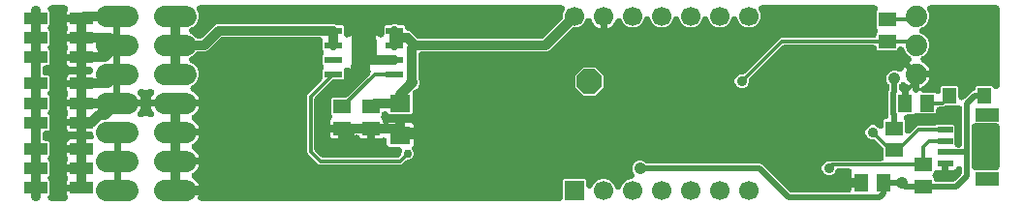
<source format=gbr>
G04 EAGLE Gerber RS-274X export*
G75*
%MOMM*%
%FSLAX34Y34*%
%LPD*%
%INTop Copper*%
%IPPOS*%
%AMOC8*
5,1,8,0,0,1.08239X$1,22.5*%
G01*
%ADD10R,1.300000X1.500000*%
%ADD11R,1.500000X1.300000*%
%ADD12R,1.800000X1.600000*%
%ADD13R,1.200000X1.400000*%
%ADD14R,2.000000X1.200000*%
%ADD15R,1.350000X0.600000*%
%ADD16R,1.550000X0.600000*%
%ADD17R,2.300000X2.300000*%
%ADD18C,1.879600*%
%ADD19R,1.700000X1.700000*%
%ADD20C,1.700000*%
%ADD21C,1.879600*%
%ADD22P,2.336880X8X22.500000*%
%ADD23R,2.000000X1.100000*%
%ADD24C,0.812800*%
%ADD25C,1.056400*%
%ADD26C,0.906400*%
%ADD27C,0.609600*%
%ADD28C,0.304800*%
%ADD29C,0.152400*%
%ADD30C,0.508000*%
%ADD31C,0.756400*%

G36*
X43455Y3314D02*
X43455Y3314D01*
X43588Y3314D01*
X43700Y3333D01*
X43814Y3343D01*
X43943Y3375D01*
X44074Y3397D01*
X44182Y3434D01*
X44292Y3461D01*
X44415Y3514D01*
X44541Y3557D01*
X44641Y3611D01*
X44746Y3656D01*
X44858Y3727D01*
X44975Y3790D01*
X45066Y3860D01*
X45162Y3921D01*
X45261Y4010D01*
X45367Y4091D01*
X45445Y4174D01*
X45530Y4250D01*
X45613Y4353D01*
X45705Y4450D01*
X45768Y4545D01*
X45840Y4634D01*
X45905Y4749D01*
X45980Y4860D01*
X46027Y4963D01*
X46084Y5062D01*
X46130Y5187D01*
X46185Y5308D01*
X46216Y5418D01*
X46255Y5525D01*
X46281Y5655D01*
X46316Y5784D01*
X46328Y5897D01*
X46350Y6009D01*
X46354Y6142D01*
X46368Y6274D01*
X46362Y6388D01*
X46365Y6502D01*
X46348Y6634D01*
X46340Y6767D01*
X46316Y6878D01*
X46301Y6991D01*
X46262Y7119D01*
X46234Y7249D01*
X46200Y7326D01*
X46158Y7463D01*
X45987Y7813D01*
X45961Y7874D01*
X45732Y8269D01*
X45559Y8915D01*
X45559Y11703D01*
X58100Y11703D01*
X58176Y11709D01*
X58252Y11706D01*
X58421Y11729D01*
X58591Y11743D01*
X58665Y11761D01*
X58741Y11771D01*
X58905Y11820D01*
X59070Y11861D01*
X59140Y11891D01*
X59213Y11913D01*
X59367Y11988D01*
X59524Y12056D01*
X59588Y12097D01*
X59656Y12130D01*
X59796Y12229D01*
X59940Y12321D01*
X59996Y12372D01*
X60059Y12416D01*
X60180Y12536D01*
X60308Y12650D01*
X60356Y12709D01*
X60410Y12762D01*
X60410Y12763D01*
X60511Y12901D01*
X60618Y13034D01*
X60656Y13100D01*
X60700Y13162D01*
X60777Y13314D01*
X60862Y13463D01*
X60888Y13534D01*
X60923Y13602D01*
X60974Y13765D01*
X61034Y13925D01*
X61048Y14000D01*
X61071Y14073D01*
X61083Y14177D01*
X61128Y14409D01*
X61136Y14645D01*
X61147Y14750D01*
X61147Y31750D01*
X61147Y48750D01*
X61147Y56791D01*
X65898Y56791D01*
X66078Y56805D01*
X66258Y56812D01*
X66323Y56825D01*
X66390Y56831D01*
X66565Y56874D01*
X66742Y56910D01*
X66804Y56933D01*
X66868Y56949D01*
X67034Y57021D01*
X67203Y57084D01*
X67261Y57118D01*
X67322Y57144D01*
X67474Y57241D01*
X67630Y57331D01*
X67682Y57373D01*
X67738Y57409D01*
X67873Y57529D01*
X68012Y57644D01*
X68056Y57693D01*
X68106Y57738D01*
X68219Y57878D01*
X68339Y58013D01*
X68374Y58070D01*
X68416Y58122D01*
X68505Y58278D01*
X68601Y58431D01*
X68627Y58492D01*
X68660Y58550D01*
X68723Y58720D01*
X68793Y58886D01*
X68808Y58950D01*
X68831Y59013D01*
X68866Y59190D01*
X68908Y59365D01*
X68913Y59432D01*
X68926Y59497D01*
X68932Y59677D01*
X68945Y59857D01*
X68939Y59924D01*
X68941Y59990D01*
X68918Y60169D01*
X68902Y60349D01*
X68887Y60399D01*
X68877Y60479D01*
X68734Y60951D01*
X68720Y60982D01*
X68713Y61004D01*
X68468Y61596D01*
X68462Y61617D01*
X68421Y61783D01*
X68391Y61852D01*
X68369Y61926D01*
X68293Y62079D01*
X68226Y62236D01*
X68185Y62300D01*
X68152Y62369D01*
X68053Y62508D01*
X67961Y62652D01*
X67910Y62709D01*
X67866Y62771D01*
X67746Y62892D01*
X67632Y63020D01*
X67573Y63068D01*
X67519Y63122D01*
X67381Y63223D01*
X67248Y63330D01*
X67182Y63367D01*
X67121Y63412D01*
X66968Y63489D01*
X66820Y63574D01*
X66748Y63600D01*
X66680Y63635D01*
X66517Y63686D01*
X66357Y63745D01*
X66282Y63760D01*
X66210Y63783D01*
X66105Y63795D01*
X65873Y63840D01*
X65637Y63847D01*
X65532Y63859D01*
X61147Y63859D01*
X61147Y68853D01*
X68145Y68853D01*
X68187Y68856D01*
X68229Y68854D01*
X68433Y68876D01*
X68637Y68893D01*
X68677Y68903D01*
X68719Y68907D01*
X68917Y68962D01*
X69116Y69011D01*
X69154Y69028D01*
X69194Y69039D01*
X69380Y69125D01*
X69569Y69206D01*
X69605Y69228D01*
X69642Y69246D01*
X69720Y69302D01*
X69985Y69471D01*
X70118Y69589D01*
X70195Y69645D01*
X70271Y69726D01*
X70314Y69765D01*
X70353Y69800D01*
X70439Y69906D01*
X70532Y70006D01*
X70594Y70098D01*
X70663Y70184D01*
X70731Y70302D01*
X70807Y70416D01*
X70853Y70516D01*
X70907Y70612D01*
X70955Y70740D01*
X71012Y70865D01*
X71041Y70971D01*
X71079Y71075D01*
X71105Y71209D01*
X71141Y71341D01*
X71153Y71451D01*
X71174Y71559D01*
X71178Y71695D01*
X71192Y71831D01*
X71186Y71942D01*
X71189Y72052D01*
X71171Y72188D01*
X71163Y72324D01*
X71139Y72432D01*
X71125Y72541D01*
X71085Y72672D01*
X71055Y72805D01*
X71014Y72908D01*
X70982Y73014D01*
X70922Y73136D01*
X70871Y73263D01*
X70814Y73357D01*
X70765Y73457D01*
X70686Y73568D01*
X70616Y73685D01*
X70544Y73769D01*
X70480Y73859D01*
X70384Y73956D01*
X70295Y74060D01*
X70211Y74131D01*
X70133Y74210D01*
X70023Y74290D01*
X69919Y74378D01*
X69824Y74435D01*
X69734Y74500D01*
X69613Y74562D01*
X69495Y74632D01*
X69393Y74673D01*
X69294Y74723D01*
X69164Y74764D01*
X69037Y74814D01*
X68929Y74838D01*
X68823Y74871D01*
X68728Y74882D01*
X68555Y74920D01*
X68241Y74937D01*
X68146Y74947D01*
X61147Y74947D01*
X61147Y85853D01*
X88900Y85853D01*
X109861Y85853D01*
X109362Y84317D01*
X108509Y82643D01*
X107554Y81328D01*
X107476Y81200D01*
X107390Y81077D01*
X107348Y80990D01*
X107297Y80907D01*
X107241Y80768D01*
X107176Y80633D01*
X107148Y80540D01*
X107112Y80450D01*
X107079Y80304D01*
X107036Y80159D01*
X107024Y80063D01*
X107003Y79969D01*
X106993Y79819D01*
X106975Y79670D01*
X106978Y79573D01*
X106973Y79476D01*
X106988Y79327D01*
X106993Y79177D01*
X107013Y79082D01*
X107022Y78986D01*
X107061Y78840D01*
X107091Y78693D01*
X107125Y78603D01*
X107151Y78509D01*
X107213Y78372D01*
X107266Y78232D01*
X107314Y78148D01*
X107354Y78060D01*
X107437Y77935D01*
X107512Y77805D01*
X107574Y77730D01*
X107627Y77649D01*
X107730Y77539D01*
X107825Y77423D01*
X107897Y77359D01*
X107963Y77288D01*
X108082Y77196D01*
X108195Y77097D01*
X108277Y77045D01*
X108353Y76986D01*
X108485Y76914D01*
X108612Y76834D01*
X108702Y76797D01*
X108787Y76750D01*
X108929Y76701D01*
X109067Y76643D01*
X109161Y76620D01*
X109253Y76588D01*
X109401Y76562D01*
X109547Y76527D01*
X109643Y76520D01*
X109739Y76503D01*
X109889Y76501D01*
X110039Y76490D01*
X110135Y76498D01*
X110232Y76497D01*
X110381Y76520D01*
X110530Y76533D01*
X110601Y76553D01*
X110720Y76572D01*
X111176Y76719D01*
X111185Y76722D01*
X112800Y77391D01*
X115800Y77391D01*
X117415Y76722D01*
X117557Y76676D01*
X117697Y76621D01*
X117792Y76600D01*
X117884Y76571D01*
X118033Y76548D01*
X118179Y76516D01*
X118276Y76512D01*
X118372Y76497D01*
X118522Y76499D01*
X118672Y76491D01*
X118768Y76502D01*
X118865Y76503D01*
X119013Y76529D01*
X119162Y76546D01*
X119256Y76572D01*
X119351Y76589D01*
X119493Y76638D01*
X119637Y76679D01*
X119725Y76720D01*
X119817Y76752D01*
X119949Y76824D01*
X120085Y76887D01*
X120165Y76941D01*
X120250Y76988D01*
X120369Y77080D01*
X120493Y77164D01*
X120563Y77231D01*
X120640Y77291D01*
X120742Y77401D01*
X120851Y77504D01*
X120909Y77581D01*
X120975Y77652D01*
X121058Y77777D01*
X121149Y77897D01*
X121194Y77983D01*
X121248Y78063D01*
X121310Y78200D01*
X121380Y78333D01*
X121411Y78425D01*
X121451Y78513D01*
X121490Y78658D01*
X121538Y78800D01*
X121553Y78896D01*
X121578Y78990D01*
X121593Y79139D01*
X121618Y79287D01*
X121618Y79384D01*
X121628Y79480D01*
X121618Y79630D01*
X121618Y79780D01*
X121603Y79876D01*
X121597Y79973D01*
X121563Y80119D01*
X121539Y80267D01*
X121508Y80359D01*
X121487Y80454D01*
X121430Y80593D01*
X121383Y80735D01*
X121346Y80799D01*
X121301Y80911D01*
X121051Y81320D01*
X121046Y81328D01*
X120091Y82643D01*
X119238Y84317D01*
X118739Y85853D01*
X136653Y85853D01*
X136653Y63500D01*
X136653Y38100D01*
X136653Y12700D01*
X136659Y12624D01*
X136656Y12548D01*
X136679Y12379D01*
X136693Y12209D01*
X136711Y12135D01*
X136721Y12059D01*
X136770Y11895D01*
X136811Y11730D01*
X136841Y11660D01*
X136863Y11587D01*
X136938Y11433D01*
X137006Y11276D01*
X137047Y11212D01*
X137080Y11144D01*
X137179Y11004D01*
X137271Y10860D01*
X137322Y10804D01*
X137366Y10741D01*
X137486Y10620D01*
X137600Y10492D01*
X137659Y10444D01*
X137712Y10390D01*
X137713Y10390D01*
X137851Y10289D01*
X137984Y10182D01*
X138050Y10144D01*
X138112Y10099D01*
X138264Y10023D01*
X138413Y9938D01*
X138484Y9911D01*
X138552Y9877D01*
X138715Y9826D01*
X138875Y9766D01*
X138950Y9752D01*
X139023Y9729D01*
X139127Y9717D01*
X139359Y9672D01*
X139595Y9664D01*
X139700Y9653D01*
X160661Y9653D01*
X160162Y8117D01*
X159967Y7734D01*
X159946Y7684D01*
X159920Y7638D01*
X159853Y7456D01*
X159779Y7277D01*
X159767Y7225D01*
X159748Y7175D01*
X159711Y6985D01*
X159667Y6797D01*
X159664Y6743D01*
X159654Y6691D01*
X159648Y6498D01*
X159635Y6304D01*
X159640Y6251D01*
X159638Y6198D01*
X159663Y6006D01*
X159682Y5813D01*
X159696Y5762D01*
X159703Y5709D01*
X159759Y5524D01*
X159808Y5336D01*
X159830Y5288D01*
X159845Y5236D01*
X159930Y5063D01*
X160009Y4886D01*
X160039Y4841D01*
X160062Y4793D01*
X160174Y4636D01*
X160280Y4474D01*
X160317Y4435D01*
X160347Y4391D01*
X160483Y4253D01*
X160615Y4111D01*
X160657Y4078D01*
X160694Y4040D01*
X160851Y3926D01*
X161003Y3807D01*
X161050Y3781D01*
X161093Y3750D01*
X161266Y3663D01*
X161435Y3569D01*
X161486Y3551D01*
X161533Y3527D01*
X161718Y3469D01*
X161900Y3405D01*
X161953Y3395D01*
X162004Y3379D01*
X162106Y3368D01*
X162386Y3317D01*
X162582Y3314D01*
X162682Y3303D01*
X475878Y3303D01*
X475954Y3309D01*
X476030Y3307D01*
X476199Y3329D01*
X476370Y3343D01*
X476444Y3361D01*
X476519Y3371D01*
X476683Y3420D01*
X476849Y3461D01*
X476918Y3491D01*
X476992Y3513D01*
X477145Y3589D01*
X477302Y3656D01*
X477366Y3697D01*
X477435Y3730D01*
X477574Y3829D01*
X477718Y3921D01*
X477775Y3972D01*
X477837Y4016D01*
X477958Y4136D01*
X478086Y4250D01*
X478134Y4309D01*
X478188Y4363D01*
X478289Y4501D01*
X478396Y4634D01*
X478433Y4700D01*
X478478Y4761D01*
X478555Y4914D01*
X478640Y5062D01*
X478666Y5134D01*
X478701Y5202D01*
X478752Y5365D01*
X478811Y5525D01*
X478826Y5600D01*
X478849Y5672D01*
X478861Y5777D01*
X478906Y6009D01*
X478913Y6245D01*
X478925Y6350D01*
X478925Y21832D01*
X479818Y22725D01*
X498082Y22725D01*
X498975Y21832D01*
X498975Y17096D01*
X498986Y16954D01*
X498988Y16812D01*
X499006Y16709D01*
X499015Y16605D01*
X499049Y16466D01*
X499074Y16326D01*
X499108Y16227D01*
X499133Y16126D01*
X499190Y15995D01*
X499237Y15860D01*
X499287Y15768D01*
X499328Y15672D01*
X499404Y15552D01*
X499473Y15427D01*
X499537Y15344D01*
X499593Y15256D01*
X499688Y15150D01*
X499775Y15037D01*
X499852Y14966D01*
X499922Y14888D01*
X500033Y14799D01*
X500137Y14702D01*
X500224Y14644D01*
X500306Y14578D01*
X500429Y14508D01*
X500548Y14429D01*
X500644Y14386D01*
X500734Y14334D01*
X500868Y14285D01*
X500998Y14226D01*
X501099Y14199D01*
X501197Y14163D01*
X501336Y14136D01*
X501474Y14099D01*
X501579Y14088D01*
X501681Y14068D01*
X501823Y14064D01*
X501965Y14050D01*
X502070Y14056D01*
X502174Y14053D01*
X502315Y14071D01*
X502458Y14080D01*
X502559Y14104D01*
X502663Y14117D01*
X502800Y14158D01*
X502939Y14190D01*
X503035Y14229D01*
X503135Y14260D01*
X503264Y14322D01*
X503396Y14376D01*
X503485Y14431D01*
X503579Y14477D01*
X503695Y14559D01*
X503816Y14633D01*
X503896Y14702D01*
X503981Y14762D01*
X504082Y14862D01*
X504190Y14955D01*
X504258Y15035D01*
X504332Y15109D01*
X504416Y15224D01*
X504507Y15333D01*
X504545Y15402D01*
X504622Y15508D01*
X504818Y15894D01*
X504837Y15930D01*
X505851Y18379D01*
X508671Y21199D01*
X512356Y22725D01*
X516344Y22725D01*
X520029Y21199D01*
X522849Y18379D01*
X524235Y15032D01*
X524252Y14998D01*
X524265Y14962D01*
X524364Y14780D01*
X524460Y14593D01*
X524482Y14562D01*
X524501Y14529D01*
X524628Y14365D01*
X524753Y14196D01*
X524780Y14169D01*
X524803Y14139D01*
X524956Y13998D01*
X525106Y13852D01*
X525137Y13830D01*
X525165Y13804D01*
X525339Y13689D01*
X525510Y13569D01*
X525544Y13552D01*
X525576Y13531D01*
X525766Y13445D01*
X525954Y13355D01*
X525991Y13344D01*
X526026Y13328D01*
X526227Y13274D01*
X526428Y13215D01*
X526466Y13210D01*
X526502Y13201D01*
X526710Y13180D01*
X526917Y13154D01*
X526955Y13155D01*
X526993Y13151D01*
X527202Y13165D01*
X527410Y13172D01*
X527448Y13180D01*
X527486Y13182D01*
X527689Y13229D01*
X527894Y13270D01*
X527930Y13284D01*
X527967Y13292D01*
X528160Y13371D01*
X528355Y13445D01*
X528388Y13464D01*
X528424Y13478D01*
X528601Y13587D01*
X528782Y13691D01*
X528812Y13716D01*
X528844Y13735D01*
X529002Y13871D01*
X529164Y14004D01*
X529189Y14032D01*
X529218Y14057D01*
X529352Y14217D01*
X529491Y14374D01*
X529511Y14406D01*
X529535Y14435D01*
X529580Y14516D01*
X529753Y14791D01*
X529820Y14950D01*
X529865Y15032D01*
X531251Y18379D01*
X534071Y21199D01*
X537756Y22725D01*
X538142Y22725D01*
X538180Y22728D01*
X538219Y22726D01*
X538427Y22748D01*
X538634Y22765D01*
X538671Y22774D01*
X538709Y22778D01*
X538911Y22833D01*
X539113Y22883D01*
X539148Y22898D01*
X539185Y22909D01*
X539375Y22996D01*
X539566Y23078D01*
X539599Y23098D01*
X539633Y23114D01*
X539807Y23231D01*
X539982Y23343D01*
X540011Y23368D01*
X540043Y23390D01*
X540195Y23533D01*
X540350Y23672D01*
X540374Y23702D01*
X540402Y23728D01*
X540529Y23893D01*
X540660Y24056D01*
X540679Y24089D01*
X540702Y24119D01*
X540801Y24303D01*
X540904Y24484D01*
X540918Y24520D01*
X540936Y24554D01*
X541003Y24751D01*
X541076Y24947D01*
X541083Y24984D01*
X541096Y25020D01*
X541131Y25227D01*
X541171Y25431D01*
X541172Y25469D01*
X541178Y25507D01*
X541179Y25716D01*
X541186Y25924D01*
X541181Y25962D01*
X541181Y26000D01*
X541149Y26206D01*
X541121Y26413D01*
X541110Y26450D01*
X541104Y26487D01*
X541039Y26685D01*
X540979Y26885D01*
X540962Y26920D01*
X540950Y26956D01*
X540854Y27141D01*
X540762Y27329D01*
X540740Y27360D01*
X540722Y27394D01*
X540664Y27466D01*
X540477Y27731D01*
X540356Y27853D01*
X540337Y27877D01*
X539293Y30396D01*
X539293Y33104D01*
X540330Y35606D01*
X542244Y37520D01*
X544746Y38557D01*
X547454Y38557D01*
X549956Y37521D01*
X550905Y36571D01*
X550992Y36497D01*
X551072Y36416D01*
X551180Y36338D01*
X551281Y36252D01*
X551379Y36193D01*
X551471Y36126D01*
X551590Y36066D01*
X551703Y35997D01*
X551809Y35955D01*
X551911Y35903D01*
X552038Y35863D01*
X552161Y35814D01*
X552273Y35789D01*
X552382Y35755D01*
X552475Y35745D01*
X552643Y35707D01*
X552967Y35689D01*
X553060Y35679D01*
X651147Y35679D01*
X652641Y35060D01*
X676528Y11173D01*
X676615Y11099D01*
X676695Y11018D01*
X676802Y10940D01*
X676904Y10854D01*
X677002Y10795D01*
X677094Y10728D01*
X677212Y10668D01*
X677326Y10599D01*
X677432Y10557D01*
X677534Y10505D01*
X677661Y10465D01*
X677784Y10416D01*
X677896Y10391D01*
X678005Y10357D01*
X678098Y10347D01*
X678266Y10309D01*
X678590Y10291D01*
X678683Y10281D01*
X727712Y10281D01*
X727788Y10287D01*
X727864Y10285D01*
X728033Y10307D01*
X728204Y10321D01*
X728278Y10339D01*
X728353Y10349D01*
X728517Y10398D01*
X728683Y10439D01*
X728752Y10469D01*
X728826Y10491D01*
X728979Y10567D01*
X729136Y10634D01*
X729200Y10675D01*
X729269Y10708D01*
X729408Y10807D01*
X729552Y10899D01*
X729609Y10950D01*
X729671Y10994D01*
X729792Y11114D01*
X729920Y11228D01*
X729968Y11287D01*
X730022Y11341D01*
X730123Y11479D01*
X730230Y11612D01*
X730267Y11678D01*
X730312Y11739D01*
X730389Y11892D01*
X730474Y12040D01*
X730500Y12112D01*
X730535Y12180D01*
X730586Y12343D01*
X730645Y12503D01*
X730660Y12578D01*
X730683Y12650D01*
X730695Y12755D01*
X730740Y12987D01*
X730747Y13223D01*
X730759Y13328D01*
X730759Y15801D01*
X739598Y15801D01*
X739674Y15807D01*
X739750Y15805D01*
X739919Y15827D01*
X740090Y15841D01*
X740163Y15859D01*
X740239Y15869D01*
X740403Y15918D01*
X740568Y15959D01*
X740638Y15989D01*
X740711Y16011D01*
X740865Y16087D01*
X741022Y16154D01*
X741086Y16195D01*
X741154Y16228D01*
X741294Y16327D01*
X741438Y16419D01*
X741495Y16470D01*
X741557Y16514D01*
X741678Y16634D01*
X741806Y16748D01*
X741854Y16807D01*
X741908Y16860D01*
X742008Y16999D01*
X742116Y17131D01*
X742153Y17198D01*
X742198Y17259D01*
X742275Y17412D01*
X742360Y17560D01*
X742386Y17632D01*
X742420Y17700D01*
X742472Y17863D01*
X742531Y18023D01*
X742546Y18097D01*
X742569Y18170D01*
X742581Y18275D01*
X742626Y18507D01*
X742633Y18743D01*
X742645Y18848D01*
X742645Y19252D01*
X742639Y19328D01*
X742641Y19404D01*
X742619Y19573D01*
X742605Y19744D01*
X742587Y19818D01*
X742577Y19893D01*
X742527Y20057D01*
X742486Y20223D01*
X742456Y20292D01*
X742434Y20366D01*
X742359Y20519D01*
X742292Y20676D01*
X742251Y20740D01*
X742217Y20809D01*
X742119Y20948D01*
X742027Y21092D01*
X741976Y21149D01*
X741932Y21211D01*
X741812Y21332D01*
X741698Y21460D01*
X741639Y21508D01*
X741585Y21562D01*
X741447Y21663D01*
X741314Y21770D01*
X741248Y21807D01*
X741186Y21852D01*
X741034Y21929D01*
X740885Y22014D01*
X740814Y22040D01*
X740746Y22075D01*
X740583Y22126D01*
X740423Y22185D01*
X740348Y22200D01*
X740276Y22223D01*
X740171Y22235D01*
X739939Y22280D01*
X739703Y22287D01*
X739598Y22299D01*
X730759Y22299D01*
X730759Y26885D01*
X730966Y27656D01*
X730999Y27726D01*
X731036Y27854D01*
X731082Y27979D01*
X731104Y28091D01*
X731136Y28200D01*
X731151Y28332D01*
X731177Y28463D01*
X731181Y28577D01*
X731194Y28690D01*
X731188Y28823D01*
X731192Y28956D01*
X731178Y29069D01*
X731173Y29183D01*
X731145Y29313D01*
X731128Y29445D01*
X731095Y29554D01*
X731072Y29666D01*
X731024Y29790D01*
X730985Y29918D01*
X730935Y30020D01*
X730895Y30126D01*
X730827Y30241D01*
X730769Y30361D01*
X730703Y30453D01*
X730645Y30552D01*
X730560Y30654D01*
X730483Y30763D01*
X730403Y30844D01*
X730331Y30932D01*
X730230Y31019D01*
X730136Y31114D01*
X730044Y31181D01*
X729959Y31256D01*
X729845Y31326D01*
X729738Y31404D01*
X729636Y31456D01*
X729539Y31516D01*
X729416Y31567D01*
X729297Y31627D01*
X729189Y31661D01*
X729084Y31704D01*
X728954Y31735D01*
X728827Y31775D01*
X728743Y31784D01*
X728603Y31817D01*
X728214Y31844D01*
X728149Y31851D01*
X719834Y31851D01*
X719616Y31834D01*
X719398Y31820D01*
X719370Y31814D01*
X719342Y31811D01*
X719130Y31759D01*
X718917Y31710D01*
X718891Y31699D01*
X718863Y31693D01*
X718662Y31606D01*
X718460Y31524D01*
X718436Y31509D01*
X718410Y31498D01*
X718226Y31381D01*
X718039Y31267D01*
X718018Y31248D01*
X717994Y31233D01*
X717831Y31088D01*
X717665Y30945D01*
X717647Y30923D01*
X717626Y30904D01*
X717489Y30735D01*
X717348Y30567D01*
X717337Y30546D01*
X717316Y30520D01*
X717072Y30092D01*
X717044Y30016D01*
X717018Y29970D01*
X716335Y28319D01*
X714631Y26615D01*
X712405Y25693D01*
X709995Y25693D01*
X707769Y26615D01*
X706065Y28319D01*
X705143Y30545D01*
X705143Y32955D01*
X706065Y35181D01*
X707769Y36885D01*
X709995Y37807D01*
X712795Y37807D01*
X712804Y37808D01*
X712814Y37807D01*
X713049Y37827D01*
X713286Y37847D01*
X713296Y37849D01*
X713305Y37850D01*
X713344Y37861D01*
X713698Y37949D01*
X756278Y37949D01*
X756354Y37955D01*
X756430Y37953D01*
X756599Y37975D01*
X756770Y37989D01*
X756844Y38007D01*
X756919Y38017D01*
X757083Y38066D01*
X757249Y38107D01*
X757318Y38137D01*
X757392Y38159D01*
X757545Y38235D01*
X757702Y38302D01*
X757766Y38343D01*
X757835Y38376D01*
X757974Y38475D01*
X758118Y38567D01*
X758175Y38618D01*
X758237Y38662D01*
X758358Y38782D01*
X758486Y38896D01*
X758534Y38955D01*
X758588Y39009D01*
X758689Y39147D01*
X758796Y39280D01*
X758833Y39346D01*
X758878Y39407D01*
X758955Y39560D01*
X759040Y39708D01*
X759066Y39780D01*
X759101Y39848D01*
X759152Y40011D01*
X759211Y40171D01*
X759226Y40246D01*
X759249Y40318D01*
X759261Y40423D01*
X759306Y40655D01*
X759313Y40891D01*
X759325Y40996D01*
X759325Y47901D01*
X759316Y48015D01*
X759317Y48129D01*
X759296Y48260D01*
X759285Y48393D01*
X759258Y48503D01*
X759240Y48616D01*
X759199Y48743D01*
X759167Y48872D01*
X759122Y48976D01*
X759086Y49085D01*
X759024Y49203D01*
X758972Y49325D01*
X758911Y49421D01*
X758858Y49523D01*
X758799Y49596D01*
X758707Y49741D01*
X758491Y49983D01*
X758433Y50056D01*
X751938Y56551D01*
X751851Y56625D01*
X751770Y56706D01*
X751663Y56784D01*
X751562Y56870D01*
X751464Y56929D01*
X751372Y56996D01*
X751253Y57056D01*
X751139Y57125D01*
X751033Y57167D01*
X750931Y57219D01*
X750804Y57259D01*
X750681Y57308D01*
X750570Y57333D01*
X750461Y57367D01*
X750367Y57377D01*
X750199Y57415D01*
X749875Y57433D01*
X749783Y57443D01*
X748095Y57443D01*
X745869Y58365D01*
X744165Y60069D01*
X743243Y62295D01*
X743243Y64705D01*
X744165Y66931D01*
X745869Y68635D01*
X748095Y69557D01*
X750505Y69557D01*
X752731Y68635D01*
X754123Y67242D01*
X754152Y67217D01*
X754178Y67189D01*
X754340Y67058D01*
X754499Y66923D01*
X754532Y66903D01*
X754562Y66879D01*
X754743Y66776D01*
X754922Y66668D01*
X754957Y66654D01*
X754990Y66635D01*
X755186Y66562D01*
X755380Y66485D01*
X755417Y66477D01*
X755453Y66464D01*
X755657Y66424D01*
X755861Y66378D01*
X755900Y66376D01*
X755937Y66369D01*
X756145Y66362D01*
X756354Y66351D01*
X756392Y66355D01*
X756430Y66353D01*
X756637Y66381D01*
X756845Y66403D01*
X756881Y66413D01*
X756919Y66418D01*
X757120Y66478D01*
X757320Y66533D01*
X757355Y66549D01*
X757392Y66560D01*
X757579Y66652D01*
X757769Y66739D01*
X757800Y66761D01*
X757835Y66777D01*
X758005Y66898D01*
X758178Y67015D01*
X758206Y67041D01*
X758237Y67063D01*
X758385Y67209D01*
X758538Y67352D01*
X758561Y67383D01*
X758588Y67409D01*
X758711Y67578D01*
X758838Y67744D01*
X758856Y67777D01*
X758878Y67808D01*
X758972Y67995D01*
X759071Y68179D01*
X759083Y68215D01*
X759101Y68249D01*
X759164Y68448D01*
X759231Y68645D01*
X759237Y68683D01*
X759249Y68719D01*
X759259Y68812D01*
X759314Y69132D01*
X759315Y69304D01*
X759325Y69397D01*
X759325Y73782D01*
X760218Y74675D01*
X760464Y74675D01*
X760644Y74689D01*
X760825Y74696D01*
X760890Y74709D01*
X760956Y74715D01*
X761131Y74758D01*
X761308Y74794D01*
X761370Y74817D01*
X761435Y74833D01*
X761601Y74905D01*
X761770Y74968D01*
X761827Y75002D01*
X761888Y75028D01*
X762040Y75125D01*
X762197Y75215D01*
X762248Y75257D01*
X762304Y75293D01*
X762439Y75413D01*
X762579Y75528D01*
X762623Y75577D01*
X762672Y75622D01*
X762785Y75762D01*
X762905Y75897D01*
X762940Y75954D01*
X762982Y76006D01*
X763071Y76162D01*
X763167Y76315D01*
X763193Y76376D01*
X763226Y76434D01*
X763289Y76604D01*
X763359Y76770D01*
X763375Y76834D01*
X763398Y76897D01*
X763432Y77074D01*
X763475Y77249D01*
X763480Y77316D01*
X763492Y77381D01*
X763498Y77561D01*
X763511Y77741D01*
X763506Y77808D01*
X763508Y77874D01*
X763484Y78053D01*
X763468Y78233D01*
X763454Y78284D01*
X763443Y78363D01*
X763301Y78835D01*
X763286Y78866D01*
X763280Y78888D01*
X763271Y78908D01*
X763271Y98892D01*
X764053Y100780D01*
X764056Y100789D01*
X764061Y100798D01*
X764133Y101026D01*
X764205Y101250D01*
X764206Y101259D01*
X764209Y101268D01*
X764213Y101309D01*
X764278Y101737D01*
X764276Y101868D01*
X764285Y101946D01*
X764285Y103666D01*
X764276Y103780D01*
X764277Y103894D01*
X764256Y104026D01*
X764245Y104158D01*
X764218Y104269D01*
X764200Y104382D01*
X764159Y104508D01*
X764127Y104637D01*
X764082Y104742D01*
X764046Y104850D01*
X763985Y104968D01*
X763932Y105090D01*
X763871Y105187D01*
X763818Y105288D01*
X763759Y105361D01*
X763667Y105506D01*
X763451Y105748D01*
X763393Y105821D01*
X762579Y106634D01*
X761543Y109136D01*
X761543Y111844D01*
X762580Y114346D01*
X764494Y116260D01*
X766996Y117297D01*
X769704Y117297D01*
X772049Y116325D01*
X772236Y116265D01*
X772420Y116199D01*
X772470Y116190D01*
X772519Y116174D01*
X772712Y116145D01*
X772905Y116109D01*
X772956Y116108D01*
X773007Y116100D01*
X773202Y116103D01*
X773398Y116099D01*
X773449Y116106D01*
X773500Y116107D01*
X773693Y116140D01*
X773887Y116168D01*
X773936Y116183D01*
X773986Y116192D01*
X774170Y116257D01*
X774357Y116315D01*
X774403Y116338D01*
X774452Y116355D01*
X774624Y116449D01*
X774798Y116536D01*
X774840Y116567D01*
X774885Y116591D01*
X775040Y116711D01*
X775198Y116826D01*
X775234Y116862D01*
X775274Y116894D01*
X775407Y117037D01*
X775545Y117176D01*
X775575Y117218D01*
X775610Y117256D01*
X775718Y117418D01*
X775832Y117578D01*
X775849Y117615D01*
X775883Y117667D01*
X776086Y118116D01*
X776099Y118166D01*
X776114Y118199D01*
X776336Y118883D01*
X777189Y120557D01*
X778294Y122078D01*
X779622Y123406D01*
X781143Y124511D01*
X781703Y124797D01*
X781844Y124883D01*
X781989Y124962D01*
X782054Y125012D01*
X782123Y125055D01*
X782249Y125164D01*
X782379Y125265D01*
X782434Y125325D01*
X782496Y125378D01*
X782602Y125506D01*
X782714Y125627D01*
X782759Y125695D01*
X782812Y125758D01*
X782896Y125900D01*
X782987Y126038D01*
X783021Y126112D01*
X783062Y126183D01*
X783122Y126337D01*
X783190Y126488D01*
X783211Y126566D01*
X783241Y126643D01*
X783275Y126805D01*
X783318Y126964D01*
X783326Y127045D01*
X783343Y127125D01*
X783350Y127291D01*
X783367Y127455D01*
X783362Y127536D01*
X783365Y127618D01*
X783346Y127783D01*
X783336Y127947D01*
X783318Y128027D01*
X783308Y128108D01*
X783263Y128267D01*
X783226Y128428D01*
X783195Y128504D01*
X783173Y128582D01*
X783102Y128732D01*
X783040Y128885D01*
X782997Y128955D01*
X782963Y129029D01*
X782869Y129165D01*
X782783Y129306D01*
X782730Y129368D01*
X782683Y129435D01*
X782569Y129555D01*
X782461Y129680D01*
X782398Y129733D01*
X782342Y129791D01*
X782210Y129891D01*
X782083Y129997D01*
X782027Y130028D01*
X781947Y130088D01*
X781510Y130317D01*
X781496Y130322D01*
X781486Y130327D01*
X781213Y130440D01*
X778140Y133513D01*
X776887Y136538D01*
X776822Y136664D01*
X776766Y136795D01*
X776710Y136884D01*
X776662Y136977D01*
X776578Y137091D01*
X776501Y137211D01*
X776431Y137289D01*
X776369Y137373D01*
X776267Y137473D01*
X776172Y137579D01*
X776091Y137645D01*
X776016Y137718D01*
X775899Y137800D01*
X775788Y137889D01*
X775698Y137941D01*
X775612Y138001D01*
X775484Y138063D01*
X775360Y138133D01*
X775262Y138170D01*
X775167Y138215D01*
X775031Y138255D01*
X774897Y138305D01*
X774795Y138325D01*
X774694Y138354D01*
X774553Y138372D01*
X774413Y138399D01*
X774309Y138403D01*
X774205Y138416D01*
X774062Y138410D01*
X773920Y138415D01*
X773816Y138401D01*
X773712Y138397D01*
X773572Y138369D01*
X773431Y138350D01*
X773331Y138320D01*
X773228Y138299D01*
X773095Y138249D01*
X772958Y138208D01*
X772865Y138162D01*
X772767Y138125D01*
X772643Y138054D01*
X772515Y137991D01*
X772430Y137931D01*
X772340Y137878D01*
X772229Y137788D01*
X772113Y137706D01*
X772039Y137632D01*
X771958Y137566D01*
X771863Y137459D01*
X771762Y137359D01*
X771701Y137274D01*
X771631Y137196D01*
X771556Y137075D01*
X771472Y136960D01*
X771425Y136867D01*
X771369Y136778D01*
X771314Y136647D01*
X771249Y136520D01*
X771218Y136420D01*
X771177Y136324D01*
X771144Y136185D01*
X771101Y136049D01*
X771092Y135971D01*
X771062Y135844D01*
X771058Y135802D01*
X770132Y134875D01*
X753868Y134875D01*
X752975Y135768D01*
X752975Y136804D01*
X752969Y136880D01*
X752971Y136956D01*
X752949Y137125D01*
X752935Y137296D01*
X752917Y137370D01*
X752907Y137445D01*
X752858Y137609D01*
X752817Y137775D01*
X752787Y137844D01*
X752765Y137918D01*
X752689Y138071D01*
X752622Y138228D01*
X752581Y138292D01*
X752548Y138361D01*
X752449Y138500D01*
X752357Y138644D01*
X752306Y138701D01*
X752262Y138763D01*
X752142Y138884D01*
X752028Y139012D01*
X751969Y139060D01*
X751915Y139114D01*
X751777Y139215D01*
X751644Y139322D01*
X751578Y139359D01*
X751517Y139404D01*
X751364Y139481D01*
X751216Y139566D01*
X751144Y139592D01*
X751076Y139627D01*
X750913Y139678D01*
X750753Y139737D01*
X750678Y139752D01*
X750606Y139775D01*
X750501Y139787D01*
X750269Y139832D01*
X750033Y139839D01*
X749928Y139851D01*
X672475Y139851D01*
X672361Y139842D01*
X672247Y139843D01*
X672116Y139822D01*
X671983Y139811D01*
X671873Y139784D01*
X671760Y139766D01*
X671633Y139725D01*
X671505Y139693D01*
X671400Y139648D01*
X671291Y139612D01*
X671173Y139550D01*
X671051Y139498D01*
X670955Y139437D01*
X670854Y139384D01*
X670780Y139325D01*
X670635Y139233D01*
X670393Y139017D01*
X670320Y138959D01*
X641949Y110588D01*
X641875Y110501D01*
X641794Y110420D01*
X641716Y110313D01*
X641630Y110212D01*
X641571Y110114D01*
X641504Y110022D01*
X641444Y109903D01*
X641375Y109789D01*
X641333Y109683D01*
X641281Y109581D01*
X641241Y109454D01*
X641192Y109331D01*
X641167Y109220D01*
X641133Y109111D01*
X641123Y109017D01*
X641085Y108849D01*
X641067Y108525D01*
X641057Y108433D01*
X641057Y106745D01*
X640135Y104519D01*
X638431Y102815D01*
X636205Y101893D01*
X633795Y101893D01*
X631569Y102815D01*
X629865Y104519D01*
X628943Y106745D01*
X628943Y109155D01*
X629865Y111381D01*
X631569Y113085D01*
X633795Y114007D01*
X635483Y114007D01*
X635597Y114016D01*
X635711Y114015D01*
X635842Y114036D01*
X635975Y114047D01*
X636085Y114074D01*
X636198Y114092D01*
X636325Y114133D01*
X636453Y114165D01*
X636558Y114210D01*
X636667Y114246D01*
X636785Y114308D01*
X636907Y114360D01*
X637003Y114421D01*
X637104Y114474D01*
X637178Y114533D01*
X637323Y114625D01*
X637565Y114841D01*
X637638Y114899D01*
X668223Y145485D01*
X669344Y145949D01*
X749928Y145949D01*
X750004Y145955D01*
X750080Y145953D01*
X750249Y145975D01*
X750420Y145989D01*
X750494Y146007D01*
X750569Y146017D01*
X750733Y146066D01*
X750899Y146107D01*
X750968Y146137D01*
X751042Y146159D01*
X751195Y146235D01*
X751352Y146302D01*
X751416Y146343D01*
X751485Y146376D01*
X751624Y146475D01*
X751768Y146567D01*
X751825Y146618D01*
X751887Y146662D01*
X752008Y146782D01*
X752136Y146896D01*
X752184Y146955D01*
X752238Y147009D01*
X752339Y147147D01*
X752446Y147280D01*
X752483Y147346D01*
X752528Y147407D01*
X752605Y147560D01*
X752690Y147708D01*
X752716Y147780D01*
X752751Y147848D01*
X752802Y148011D01*
X752861Y148171D01*
X752876Y148246D01*
X752899Y148318D01*
X752911Y148423D01*
X752956Y148655D01*
X752963Y148891D01*
X752975Y148996D01*
X752975Y150032D01*
X753189Y150245D01*
X753238Y150303D01*
X753294Y150356D01*
X753398Y150491D01*
X753508Y150621D01*
X753548Y150687D01*
X753594Y150747D01*
X753675Y150897D01*
X753763Y151044D01*
X753791Y151115D01*
X753827Y151182D01*
X753883Y151343D01*
X753946Y151502D01*
X753963Y151576D01*
X753987Y151648D01*
X754016Y151817D01*
X754053Y151984D01*
X754057Y152060D01*
X754070Y152135D01*
X754071Y152306D01*
X754081Y152476D01*
X754072Y152552D01*
X754073Y152628D01*
X754046Y152797D01*
X754028Y152967D01*
X754008Y153040D01*
X753996Y153115D01*
X753943Y153278D01*
X753898Y153442D01*
X753866Y153512D01*
X753842Y153584D01*
X753763Y153735D01*
X753692Y153891D01*
X753649Y153954D01*
X753614Y154022D01*
X753549Y154104D01*
X753417Y154300D01*
X753255Y154473D01*
X753189Y154555D01*
X752975Y154768D01*
X752975Y169032D01*
X753239Y169295D01*
X753264Y169324D01*
X753292Y169350D01*
X753423Y169512D01*
X753558Y169671D01*
X753578Y169704D01*
X753602Y169734D01*
X753705Y169915D01*
X753813Y170094D01*
X753827Y170129D01*
X753846Y170162D01*
X753919Y170358D01*
X753996Y170552D01*
X754004Y170589D01*
X754018Y170625D01*
X754058Y170829D01*
X754103Y171033D01*
X754105Y171072D01*
X754112Y171109D01*
X754119Y171317D01*
X754131Y171526D01*
X754127Y171564D01*
X754128Y171602D01*
X754101Y171808D01*
X754078Y172017D01*
X754068Y172053D01*
X754063Y172091D01*
X754003Y172291D01*
X753948Y172492D01*
X753932Y172527D01*
X753921Y172564D01*
X753829Y172751D01*
X753742Y172941D01*
X753721Y172972D01*
X753704Y173007D01*
X753583Y173177D01*
X753467Y173350D01*
X753441Y173378D01*
X753418Y173409D01*
X753272Y173557D01*
X753129Y173710D01*
X753099Y173733D01*
X753072Y173760D01*
X752903Y173883D01*
X752737Y174010D01*
X752704Y174028D01*
X752673Y174050D01*
X752487Y174144D01*
X752303Y174243D01*
X752267Y174255D01*
X752233Y174273D01*
X752033Y174336D01*
X751836Y174403D01*
X751799Y174409D01*
X751762Y174421D01*
X751669Y174431D01*
X751350Y174486D01*
X751178Y174487D01*
X751084Y174497D01*
X652869Y174497D01*
X652689Y174483D01*
X652509Y174476D01*
X652443Y174463D01*
X652377Y174457D01*
X652202Y174414D01*
X652025Y174378D01*
X651963Y174355D01*
X651898Y174339D01*
X651732Y174267D01*
X651564Y174204D01*
X651506Y174170D01*
X651445Y174144D01*
X651293Y174047D01*
X651136Y173957D01*
X651085Y173915D01*
X651029Y173879D01*
X650894Y173759D01*
X650754Y173644D01*
X650710Y173595D01*
X650661Y173550D01*
X650548Y173410D01*
X650428Y173275D01*
X650393Y173218D01*
X650351Y173166D01*
X650262Y173010D01*
X650166Y172857D01*
X650140Y172796D01*
X650107Y172738D01*
X650044Y172568D01*
X649974Y172402D01*
X649958Y172338D01*
X649935Y172275D01*
X649901Y172098D01*
X649858Y171923D01*
X649853Y171856D01*
X649841Y171791D01*
X649835Y171611D01*
X649822Y171431D01*
X649827Y171364D01*
X649825Y171298D01*
X649849Y171119D01*
X649865Y170939D01*
X649879Y170889D01*
X649890Y170809D01*
X650032Y170337D01*
X650047Y170306D01*
X650053Y170284D01*
X651375Y167094D01*
X651375Y163106D01*
X649849Y159421D01*
X647029Y156601D01*
X643344Y155075D01*
X639356Y155075D01*
X635671Y156601D01*
X632851Y159421D01*
X631465Y162768D01*
X631448Y162802D01*
X631435Y162838D01*
X631336Y163020D01*
X631240Y163207D01*
X631218Y163238D01*
X631199Y163271D01*
X631072Y163435D01*
X630947Y163604D01*
X630920Y163631D01*
X630897Y163661D01*
X630744Y163802D01*
X630594Y163948D01*
X630563Y163970D01*
X630535Y163996D01*
X630361Y164111D01*
X630190Y164231D01*
X630156Y164248D01*
X630124Y164269D01*
X629934Y164355D01*
X629746Y164445D01*
X629709Y164456D01*
X629674Y164472D01*
X629473Y164526D01*
X629272Y164585D01*
X629234Y164590D01*
X629198Y164599D01*
X628990Y164620D01*
X628783Y164646D01*
X628745Y164645D01*
X628707Y164649D01*
X628498Y164635D01*
X628290Y164628D01*
X628252Y164620D01*
X628214Y164618D01*
X628011Y164571D01*
X627806Y164530D01*
X627770Y164516D01*
X627733Y164508D01*
X627540Y164429D01*
X627345Y164355D01*
X627312Y164336D01*
X627276Y164322D01*
X627099Y164213D01*
X626918Y164109D01*
X626888Y164084D01*
X626856Y164065D01*
X626698Y163929D01*
X626536Y163796D01*
X626511Y163768D01*
X626482Y163743D01*
X626348Y163583D01*
X626209Y163426D01*
X626189Y163394D01*
X626165Y163365D01*
X626120Y163284D01*
X625947Y163009D01*
X625880Y162850D01*
X625835Y162768D01*
X624449Y159421D01*
X621629Y156601D01*
X617944Y155075D01*
X613956Y155075D01*
X610271Y156601D01*
X607451Y159421D01*
X606065Y162768D01*
X606048Y162802D01*
X606035Y162838D01*
X605935Y163021D01*
X605840Y163207D01*
X605818Y163238D01*
X605799Y163271D01*
X605671Y163436D01*
X605547Y163604D01*
X605520Y163630D01*
X605497Y163661D01*
X605344Y163802D01*
X605194Y163948D01*
X605163Y163970D01*
X605135Y163996D01*
X604961Y164111D01*
X604790Y164231D01*
X604756Y164248D01*
X604724Y164269D01*
X604534Y164355D01*
X604346Y164445D01*
X604309Y164456D01*
X604274Y164472D01*
X604073Y164526D01*
X603872Y164585D01*
X603834Y164590D01*
X603798Y164599D01*
X603590Y164620D01*
X603383Y164646D01*
X603345Y164645D01*
X603307Y164648D01*
X603098Y164635D01*
X602890Y164628D01*
X602852Y164620D01*
X602814Y164618D01*
X602612Y164571D01*
X602406Y164530D01*
X602370Y164516D01*
X602333Y164508D01*
X602141Y164429D01*
X601945Y164355D01*
X601912Y164336D01*
X601877Y164322D01*
X601699Y164213D01*
X601518Y164109D01*
X601488Y164084D01*
X601456Y164065D01*
X601298Y163929D01*
X601136Y163796D01*
X601111Y163768D01*
X601082Y163743D01*
X600948Y163583D01*
X600809Y163426D01*
X600789Y163394D01*
X600765Y163365D01*
X600720Y163284D01*
X600547Y163009D01*
X600480Y162850D01*
X600435Y162768D01*
X599049Y159421D01*
X596229Y156601D01*
X592544Y155075D01*
X588556Y155075D01*
X584871Y156601D01*
X582051Y159421D01*
X580665Y162768D01*
X580648Y162802D01*
X580635Y162838D01*
X580535Y163021D01*
X580440Y163207D01*
X580418Y163238D01*
X580399Y163271D01*
X580271Y163436D01*
X580147Y163604D01*
X580120Y163630D01*
X580097Y163661D01*
X579944Y163802D01*
X579794Y163948D01*
X579763Y163970D01*
X579735Y163996D01*
X579561Y164111D01*
X579390Y164231D01*
X579356Y164248D01*
X579324Y164269D01*
X579134Y164355D01*
X578946Y164445D01*
X578909Y164456D01*
X578874Y164472D01*
X578673Y164526D01*
X578472Y164585D01*
X578434Y164590D01*
X578398Y164599D01*
X578190Y164620D01*
X577983Y164646D01*
X577945Y164645D01*
X577907Y164648D01*
X577698Y164635D01*
X577490Y164628D01*
X577452Y164620D01*
X577414Y164618D01*
X577212Y164571D01*
X577006Y164530D01*
X576970Y164516D01*
X576933Y164508D01*
X576741Y164429D01*
X576545Y164355D01*
X576512Y164336D01*
X576477Y164322D01*
X576299Y164213D01*
X576118Y164109D01*
X576088Y164084D01*
X576056Y164065D01*
X575898Y163929D01*
X575736Y163796D01*
X575711Y163768D01*
X575682Y163743D01*
X575548Y163583D01*
X575409Y163426D01*
X575389Y163394D01*
X575365Y163365D01*
X575320Y163284D01*
X575147Y163009D01*
X575080Y162850D01*
X575035Y162768D01*
X573649Y159421D01*
X570829Y156601D01*
X567144Y155075D01*
X563156Y155075D01*
X559471Y156601D01*
X556651Y159421D01*
X555265Y162768D01*
X555248Y162802D01*
X555235Y162838D01*
X555135Y163021D01*
X555040Y163207D01*
X555018Y163238D01*
X554999Y163271D01*
X554871Y163436D01*
X554747Y163604D01*
X554720Y163630D01*
X554697Y163661D01*
X554544Y163802D01*
X554394Y163948D01*
X554363Y163970D01*
X554335Y163996D01*
X554161Y164111D01*
X553990Y164231D01*
X553956Y164248D01*
X553924Y164269D01*
X553734Y164355D01*
X553546Y164445D01*
X553509Y164456D01*
X553474Y164472D01*
X553273Y164526D01*
X553072Y164585D01*
X553034Y164590D01*
X552998Y164599D01*
X552790Y164620D01*
X552583Y164646D01*
X552545Y164645D01*
X552507Y164648D01*
X552298Y164635D01*
X552090Y164628D01*
X552052Y164620D01*
X552014Y164618D01*
X551812Y164571D01*
X551606Y164530D01*
X551570Y164516D01*
X551533Y164508D01*
X551341Y164429D01*
X551145Y164355D01*
X551112Y164336D01*
X551077Y164322D01*
X550899Y164213D01*
X550718Y164109D01*
X550688Y164084D01*
X550656Y164065D01*
X550498Y163929D01*
X550336Y163796D01*
X550311Y163768D01*
X550282Y163743D01*
X550148Y163583D01*
X550009Y163426D01*
X549989Y163394D01*
X549965Y163365D01*
X549920Y163284D01*
X549747Y163009D01*
X549680Y162850D01*
X549635Y162768D01*
X548249Y159421D01*
X545429Y156601D01*
X541744Y155075D01*
X537756Y155075D01*
X534071Y156601D01*
X531251Y159421D01*
X530412Y161447D01*
X530341Y161587D01*
X530277Y161732D01*
X530228Y161807D01*
X530187Y161886D01*
X530094Y162013D01*
X530008Y162145D01*
X529948Y162211D01*
X529894Y162283D01*
X529781Y162393D01*
X529675Y162510D01*
X529605Y162565D01*
X529541Y162627D01*
X529412Y162718D01*
X529288Y162816D01*
X529210Y162859D01*
X529137Y162910D01*
X528995Y162979D01*
X528857Y163055D01*
X528773Y163086D01*
X528693Y163124D01*
X528541Y163169D01*
X528393Y163222D01*
X528305Y163239D01*
X528219Y163264D01*
X528063Y163283D01*
X527908Y163312D01*
X527818Y163314D01*
X527730Y163325D01*
X527573Y163319D01*
X527415Y163323D01*
X527326Y163310D01*
X527237Y163307D01*
X527082Y163275D01*
X526926Y163253D01*
X526841Y163227D01*
X526753Y163209D01*
X526606Y163153D01*
X526455Y163106D01*
X526375Y163066D01*
X526292Y163034D01*
X526155Y162956D01*
X526014Y162885D01*
X525942Y162832D01*
X525865Y162788D01*
X525743Y162688D01*
X525615Y162595D01*
X525552Y162532D01*
X525483Y162475D01*
X525379Y162357D01*
X525267Y162245D01*
X525216Y162172D01*
X525157Y162105D01*
X525073Y161972D01*
X524981Y161843D01*
X524953Y161781D01*
X524894Y161688D01*
X524702Y161233D01*
X524701Y161227D01*
X524699Y161222D01*
X524582Y160862D01*
X523793Y159313D01*
X522771Y157907D01*
X521543Y156679D01*
X520137Y155657D01*
X518588Y154868D01*
X517397Y154481D01*
X517397Y165100D01*
X517391Y165176D01*
X517394Y165252D01*
X517371Y165421D01*
X517357Y165591D01*
X517339Y165665D01*
X517329Y165741D01*
X517280Y165905D01*
X517239Y166070D01*
X517209Y166140D01*
X517187Y166213D01*
X517112Y166367D01*
X517044Y166524D01*
X517003Y166588D01*
X516970Y166656D01*
X516871Y166796D01*
X516779Y166940D01*
X516728Y166996D01*
X516684Y167059D01*
X516564Y167180D01*
X516450Y167308D01*
X516391Y167355D01*
X516338Y167410D01*
X516199Y167510D01*
X516067Y167617D01*
X516000Y167655D01*
X515939Y167700D01*
X515786Y167777D01*
X515638Y167861D01*
X515566Y167888D01*
X515498Y167922D01*
X515336Y167974D01*
X515175Y168033D01*
X515101Y168048D01*
X515028Y168071D01*
X514923Y168082D01*
X514691Y168128D01*
X514455Y168135D01*
X514350Y168147D01*
X514274Y168141D01*
X514198Y168143D01*
X514028Y168121D01*
X513858Y168107D01*
X513784Y168089D01*
X513709Y168079D01*
X513545Y168029D01*
X513379Y167988D01*
X513309Y167958D01*
X513236Y167936D01*
X513083Y167861D01*
X512926Y167794D01*
X512862Y167753D01*
X512793Y167719D01*
X512654Y167620D01*
X512510Y167529D01*
X512453Y167478D01*
X512391Y167434D01*
X512269Y167314D01*
X512142Y167200D01*
X512094Y167141D01*
X512040Y167087D01*
X511939Y166949D01*
X511832Y166816D01*
X511794Y166750D01*
X511749Y166688D01*
X511673Y166536D01*
X511588Y166387D01*
X511561Y166316D01*
X511527Y166248D01*
X511476Y166085D01*
X511416Y165925D01*
X511402Y165850D01*
X511379Y165777D01*
X511367Y165673D01*
X511322Y165441D01*
X511314Y165205D01*
X511303Y165100D01*
X511303Y154481D01*
X510112Y154868D01*
X508563Y155657D01*
X507157Y156679D01*
X505929Y157907D01*
X504907Y159313D01*
X504118Y160862D01*
X504001Y161222D01*
X503940Y161368D01*
X503888Y161517D01*
X503845Y161596D01*
X503811Y161678D01*
X503728Y161811D01*
X503652Y161950D01*
X503597Y162021D01*
X503550Y162096D01*
X503446Y162215D01*
X503349Y162340D01*
X503284Y162400D01*
X503225Y162468D01*
X503103Y162568D01*
X502988Y162675D01*
X502913Y162725D01*
X502844Y162781D01*
X502708Y162861D01*
X502577Y162948D01*
X502495Y162985D01*
X502418Y163030D01*
X502271Y163086D01*
X502127Y163151D01*
X502041Y163174D01*
X501957Y163206D01*
X501803Y163238D01*
X501650Y163278D01*
X501562Y163287D01*
X501474Y163305D01*
X501317Y163312D01*
X501160Y163328D01*
X501070Y163322D01*
X500981Y163326D01*
X500825Y163307D01*
X500667Y163297D01*
X500580Y163277D01*
X500492Y163266D01*
X500340Y163222D01*
X500186Y163187D01*
X500104Y163153D01*
X500018Y163128D01*
X499875Y163060D01*
X499729Y163001D01*
X499653Y162955D01*
X499573Y162916D01*
X499443Y162826D01*
X499308Y162744D01*
X499241Y162686D01*
X499167Y162635D01*
X499054Y162525D01*
X498935Y162422D01*
X498877Y162354D01*
X498813Y162291D01*
X498719Y162165D01*
X498617Y162044D01*
X498584Y161984D01*
X498519Y161896D01*
X498292Y161457D01*
X498290Y161451D01*
X498288Y161447D01*
X497449Y159421D01*
X494629Y156601D01*
X490944Y155075D01*
X488091Y155075D01*
X487977Y155066D01*
X487863Y155067D01*
X487732Y155046D01*
X487599Y155035D01*
X487489Y155008D01*
X487376Y154990D01*
X487249Y154949D01*
X487121Y154917D01*
X487016Y154872D01*
X486907Y154836D01*
X486789Y154774D01*
X486667Y154722D01*
X486571Y154661D01*
X486470Y154608D01*
X486396Y154549D01*
X486251Y154457D01*
X486009Y154241D01*
X485936Y154183D01*
X468717Y136963D01*
X468716Y136963D01*
X466716Y134962D01*
X464662Y134111D01*
X355346Y134111D01*
X355270Y134105D01*
X355194Y134107D01*
X355025Y134085D01*
X354854Y134071D01*
X354780Y134053D01*
X354705Y134043D01*
X354541Y133994D01*
X354375Y133953D01*
X354306Y133923D01*
X354232Y133901D01*
X354079Y133825D01*
X353922Y133758D01*
X353858Y133717D01*
X353789Y133684D01*
X353650Y133585D01*
X353506Y133493D01*
X353449Y133442D01*
X353387Y133398D01*
X353266Y133278D01*
X353138Y133164D01*
X353090Y133105D01*
X353036Y133051D01*
X352935Y132913D01*
X352828Y132780D01*
X352791Y132714D01*
X352746Y132653D01*
X352669Y132500D01*
X352584Y132352D01*
X352558Y132280D01*
X352523Y132212D01*
X352472Y132049D01*
X352413Y131889D01*
X352398Y131814D01*
X352375Y131742D01*
X352363Y131637D01*
X352318Y131405D01*
X352311Y131169D01*
X352299Y131064D01*
X352299Y111935D01*
X352300Y111925D01*
X352299Y111915D01*
X352319Y111680D01*
X352339Y111443D01*
X352341Y111433D01*
X352342Y111424D01*
X352353Y111385D01*
X352457Y110964D01*
X352509Y110844D01*
X352531Y110768D01*
X353517Y108388D01*
X353517Y105680D01*
X352480Y103178D01*
X350566Y101264D01*
X348956Y100597D01*
X348762Y100497D01*
X348565Y100401D01*
X348542Y100385D01*
X348517Y100372D01*
X348341Y100242D01*
X348163Y100116D01*
X348143Y100096D01*
X348120Y100079D01*
X347967Y99922D01*
X347812Y99769D01*
X347795Y99746D01*
X347775Y99726D01*
X347650Y99546D01*
X347608Y99488D01*
X347604Y99484D01*
X347603Y99482D01*
X347522Y99370D01*
X347509Y99345D01*
X347492Y99321D01*
X347397Y99124D01*
X347382Y99094D01*
X347360Y99055D01*
X347353Y99036D01*
X347299Y98930D01*
X347291Y98903D01*
X347278Y98877D01*
X347218Y98672D01*
X347189Y98593D01*
X347181Y98555D01*
X347151Y98459D01*
X347148Y98436D01*
X347139Y98404D01*
X347116Y98223D01*
X347094Y98108D01*
X347091Y98023D01*
X347078Y97914D01*
X347081Y97834D01*
X347075Y97781D01*
X347075Y80298D01*
X346182Y79405D01*
X326918Y79405D01*
X325377Y80947D01*
X325348Y80972D01*
X325322Y81000D01*
X325160Y81131D01*
X325001Y81266D01*
X324968Y81286D01*
X324938Y81310D01*
X324757Y81413D01*
X324578Y81521D01*
X324543Y81535D01*
X324510Y81554D01*
X324314Y81627D01*
X324120Y81704D01*
X324083Y81712D01*
X324047Y81726D01*
X323842Y81766D01*
X323638Y81811D01*
X323600Y81813D01*
X323563Y81820D01*
X323355Y81827D01*
X323146Y81839D01*
X323108Y81835D01*
X323070Y81836D01*
X322863Y81808D01*
X322655Y81786D01*
X322619Y81776D01*
X322581Y81771D01*
X322381Y81711D01*
X322180Y81656D01*
X322145Y81640D01*
X322108Y81629D01*
X321921Y81537D01*
X321731Y81450D01*
X321700Y81429D01*
X321665Y81412D01*
X321495Y81291D01*
X321322Y81175D01*
X321294Y81148D01*
X321263Y81126D01*
X321115Y80980D01*
X320962Y80837D01*
X320939Y80807D01*
X320912Y80780D01*
X320789Y80611D01*
X320662Y80445D01*
X320644Y80412D01*
X320622Y80381D01*
X320528Y80195D01*
X320429Y80011D01*
X320416Y79974D01*
X320399Y79941D01*
X320337Y79742D01*
X320269Y79544D01*
X320262Y79506D01*
X320251Y79470D01*
X320241Y79378D01*
X320186Y79058D01*
X320185Y78886D01*
X320175Y78792D01*
X320175Y78390D01*
X320105Y78275D01*
X320077Y78204D01*
X320041Y78137D01*
X319986Y77975D01*
X319922Y77817D01*
X319906Y77742D01*
X319881Y77670D01*
X319852Y77502D01*
X319816Y77335D01*
X319811Y77259D01*
X319798Y77184D01*
X319797Y77013D01*
X319788Y76842D01*
X319796Y76766D01*
X319795Y76690D01*
X319822Y76522D01*
X319840Y76352D01*
X319860Y76278D01*
X319872Y76203D01*
X319926Y76040D01*
X319971Y75876D01*
X320002Y75807D01*
X320026Y75734D01*
X320105Y75583D01*
X320176Y75428D01*
X320219Y75364D01*
X320254Y75297D01*
X320320Y75215D01*
X320452Y75018D01*
X320614Y74846D01*
X320680Y74764D01*
X320683Y74760D01*
X321018Y74181D01*
X321191Y73535D01*
X321191Y73470D01*
X321201Y73338D01*
X321202Y73205D01*
X321221Y73092D01*
X321231Y72979D01*
X321263Y72850D01*
X321285Y72718D01*
X321322Y72610D01*
X321349Y72500D01*
X321402Y72378D01*
X321445Y72252D01*
X321499Y72151D01*
X321544Y72046D01*
X321615Y71934D01*
X321678Y71817D01*
X321748Y71726D01*
X321809Y71630D01*
X321898Y71531D01*
X321979Y71425D01*
X322062Y71347D01*
X322138Y71262D01*
X322241Y71179D01*
X322338Y71088D01*
X322433Y71024D01*
X322522Y70952D01*
X322637Y70887D01*
X322748Y70812D01*
X322851Y70765D01*
X322950Y70708D01*
X323075Y70662D01*
X323196Y70607D01*
X323306Y70577D01*
X323413Y70537D01*
X323543Y70511D01*
X323672Y70476D01*
X323785Y70464D01*
X323897Y70442D01*
X324030Y70438D01*
X324162Y70424D01*
X324276Y70430D01*
X324390Y70427D01*
X324522Y70444D01*
X324655Y70452D01*
X324766Y70476D01*
X324879Y70491D01*
X325007Y70530D01*
X325137Y70558D01*
X325214Y70592D01*
X325351Y70634D01*
X325701Y70805D01*
X325762Y70831D01*
X326569Y71298D01*
X327215Y71471D01*
X332551Y71471D01*
X332551Y61882D01*
X332557Y61806D01*
X332555Y61730D01*
X332577Y61561D01*
X332591Y61390D01*
X332609Y61317D01*
X332619Y61241D01*
X332668Y61077D01*
X332709Y60912D01*
X332739Y60842D01*
X332761Y60769D01*
X332837Y60615D01*
X332904Y60458D01*
X332945Y60394D01*
X332978Y60326D01*
X333077Y60186D01*
X333169Y60042D01*
X333220Y59985D01*
X333264Y59923D01*
X333384Y59802D01*
X333498Y59674D01*
X333557Y59626D01*
X333610Y59572D01*
X333749Y59472D01*
X333881Y59364D01*
X333948Y59327D01*
X334009Y59282D01*
X334162Y59205D01*
X334310Y59120D01*
X334382Y59094D01*
X334450Y59060D01*
X334613Y59008D01*
X334614Y59008D01*
X334614Y59007D01*
X334644Y58937D01*
X334666Y58864D01*
X334741Y58711D01*
X334808Y58554D01*
X334849Y58490D01*
X334883Y58421D01*
X334981Y58282D01*
X335073Y58138D01*
X335124Y58081D01*
X335168Y58019D01*
X335288Y57897D01*
X335402Y57770D01*
X335461Y57722D01*
X335515Y57668D01*
X335653Y57567D01*
X335786Y57460D01*
X335852Y57423D01*
X335914Y57378D01*
X336066Y57301D01*
X336215Y57216D01*
X336286Y57190D01*
X336354Y57155D01*
X336517Y57104D01*
X336677Y57045D01*
X336752Y57030D01*
X336824Y57007D01*
X336929Y56995D01*
X337161Y56950D01*
X337397Y56943D01*
X337502Y56931D01*
X348091Y56931D01*
X348091Y52595D01*
X347918Y51949D01*
X347570Y51348D01*
X347480Y51230D01*
X347369Y51100D01*
X347330Y51034D01*
X347283Y50974D01*
X347203Y50823D01*
X347115Y50677D01*
X347086Y50606D01*
X347050Y50539D01*
X346995Y50378D01*
X346932Y50219D01*
X346915Y50144D01*
X346890Y50072D01*
X346862Y49904D01*
X346825Y49738D01*
X346821Y49661D01*
X346808Y49586D01*
X346807Y49415D01*
X346797Y49245D01*
X346805Y49169D01*
X346805Y49093D01*
X346831Y48924D01*
X346849Y48754D01*
X346870Y48681D01*
X346881Y48605D01*
X346935Y48443D01*
X346980Y48279D01*
X347012Y48209D01*
X347036Y48137D01*
X347115Y47985D01*
X347186Y47830D01*
X347228Y47767D01*
X347264Y47699D01*
X347329Y47617D01*
X347337Y47605D01*
X348207Y45506D01*
X348207Y43394D01*
X347399Y41444D01*
X345906Y39951D01*
X343956Y39143D01*
X343167Y39143D01*
X343053Y39134D01*
X342939Y39135D01*
X342808Y39114D01*
X342675Y39103D01*
X342565Y39076D01*
X342452Y39058D01*
X342325Y39017D01*
X342197Y38985D01*
X342092Y38940D01*
X341983Y38904D01*
X341865Y38842D01*
X341743Y38790D01*
X341647Y38729D01*
X341546Y38676D01*
X341472Y38617D01*
X341327Y38525D01*
X341085Y38309D01*
X341012Y38251D01*
X338277Y35515D01*
X337156Y35051D01*
X266094Y35051D01*
X264973Y35515D01*
X263687Y36801D01*
X263687Y36802D01*
X255785Y44703D01*
X255321Y45824D01*
X255321Y95476D01*
X255785Y96597D01*
X267633Y108444D01*
X267707Y108531D01*
X267788Y108612D01*
X267866Y108719D01*
X267952Y108820D01*
X268011Y108918D01*
X268078Y109010D01*
X268138Y109129D01*
X268207Y109243D01*
X268249Y109349D01*
X268301Y109451D01*
X268341Y109578D01*
X268390Y109701D01*
X268415Y109812D01*
X268449Y109921D01*
X268459Y110015D01*
X268497Y110183D01*
X268515Y110507D01*
X268525Y110599D01*
X268525Y117932D01*
X269089Y118495D01*
X269138Y118553D01*
X269194Y118606D01*
X269298Y118741D01*
X269408Y118871D01*
X269448Y118937D01*
X269494Y118997D01*
X269575Y119147D01*
X269663Y119294D01*
X269691Y119365D01*
X269727Y119432D01*
X269783Y119593D01*
X269846Y119752D01*
X269863Y119826D01*
X269887Y119898D01*
X269916Y120067D01*
X269953Y120234D01*
X269957Y120310D01*
X269970Y120385D01*
X269971Y120556D01*
X269981Y120726D01*
X269972Y120802D01*
X269973Y120878D01*
X269946Y121047D01*
X269928Y121217D01*
X269908Y121290D01*
X269896Y121365D01*
X269843Y121528D01*
X269798Y121692D01*
X269766Y121762D01*
X269742Y121834D01*
X269663Y121985D01*
X269592Y122141D01*
X269549Y122204D01*
X269514Y122272D01*
X269449Y122354D01*
X269317Y122550D01*
X269155Y122722D01*
X269089Y122805D01*
X268525Y123368D01*
X268525Y130632D01*
X269089Y131195D01*
X269138Y131253D01*
X269194Y131306D01*
X269298Y131441D01*
X269408Y131571D01*
X269448Y131637D01*
X269494Y131697D01*
X269575Y131847D01*
X269663Y131994D01*
X269691Y132065D01*
X269727Y132132D01*
X269783Y132293D01*
X269846Y132452D01*
X269863Y132526D01*
X269887Y132598D01*
X269916Y132767D01*
X269953Y132934D01*
X269957Y133010D01*
X269970Y133085D01*
X269971Y133256D01*
X269981Y133426D01*
X269972Y133502D01*
X269973Y133578D01*
X269946Y133747D01*
X269928Y133917D01*
X269908Y133990D01*
X269896Y134065D01*
X269843Y134228D01*
X269798Y134392D01*
X269766Y134462D01*
X269742Y134534D01*
X269663Y134685D01*
X269592Y134841D01*
X269549Y134904D01*
X269514Y134972D01*
X269449Y135054D01*
X269317Y135250D01*
X269155Y135422D01*
X269089Y135505D01*
X268525Y136068D01*
X268525Y143764D01*
X268519Y143840D01*
X268521Y143916D01*
X268499Y144085D01*
X268485Y144256D01*
X268467Y144330D01*
X268457Y144405D01*
X268408Y144569D01*
X268367Y144735D01*
X268337Y144804D01*
X268315Y144878D01*
X268239Y145031D01*
X268172Y145188D01*
X268131Y145252D01*
X268098Y145321D01*
X267999Y145460D01*
X267907Y145604D01*
X267856Y145661D01*
X267812Y145723D01*
X267692Y145844D01*
X267578Y145972D01*
X267519Y146020D01*
X267465Y146074D01*
X267327Y146175D01*
X267194Y146282D01*
X267128Y146319D01*
X267067Y146364D01*
X266914Y146441D01*
X266766Y146526D01*
X266694Y146552D01*
X266626Y146587D01*
X266463Y146638D01*
X266303Y146697D01*
X266228Y146712D01*
X266156Y146735D01*
X266051Y146747D01*
X265819Y146792D01*
X265583Y146799D01*
X265478Y146811D01*
X181377Y146811D01*
X181263Y146802D01*
X181149Y146803D01*
X181018Y146782D01*
X180885Y146771D01*
X180775Y146744D01*
X180662Y146726D01*
X180535Y146685D01*
X180407Y146653D01*
X180302Y146608D01*
X180193Y146572D01*
X180075Y146510D01*
X179953Y146458D01*
X179857Y146397D01*
X179756Y146344D01*
X179682Y146285D01*
X179537Y146193D01*
X179295Y145977D01*
X179222Y145919D01*
X168266Y134962D01*
X166212Y134111D01*
X160219Y134111D01*
X160105Y134102D01*
X159990Y134103D01*
X159859Y134082D01*
X159727Y134071D01*
X159616Y134044D01*
X159503Y134026D01*
X159377Y133985D01*
X159248Y133953D01*
X159143Y133908D01*
X159035Y133872D01*
X158917Y133810D01*
X158795Y133758D01*
X158698Y133697D01*
X158597Y133644D01*
X158523Y133585D01*
X158379Y133493D01*
X158137Y133277D01*
X158064Y133219D01*
X155285Y130440D01*
X153777Y129815D01*
X153743Y129798D01*
X153707Y129785D01*
X153524Y129686D01*
X153338Y129590D01*
X153307Y129568D01*
X153273Y129549D01*
X153108Y129421D01*
X152941Y129297D01*
X152914Y129270D01*
X152884Y129247D01*
X152742Y129093D01*
X152596Y128944D01*
X152574Y128913D01*
X152548Y128885D01*
X152433Y128711D01*
X152313Y128540D01*
X152297Y128506D01*
X152276Y128474D01*
X152190Y128284D01*
X152099Y128096D01*
X152088Y128059D01*
X152073Y128024D01*
X152019Y127823D01*
X151960Y127622D01*
X151955Y127584D01*
X151945Y127548D01*
X151924Y127339D01*
X151898Y127133D01*
X151900Y127095D01*
X151896Y127057D01*
X151909Y126848D01*
X151917Y126640D01*
X151924Y126602D01*
X151927Y126564D01*
X151973Y126361D01*
X152015Y126156D01*
X152028Y126121D01*
X152037Y126083D01*
X152115Y125890D01*
X152189Y125695D01*
X152208Y125662D01*
X152223Y125627D01*
X152332Y125448D01*
X152436Y125268D01*
X152460Y125238D01*
X152480Y125206D01*
X152616Y125047D01*
X152748Y124886D01*
X152777Y124861D01*
X152802Y124832D01*
X152961Y124698D01*
X153118Y124559D01*
X153151Y124539D01*
X153180Y124515D01*
X153261Y124470D01*
X153536Y124297D01*
X153695Y124230D01*
X153777Y124185D01*
X155285Y123560D01*
X158358Y120487D01*
X160021Y116473D01*
X160021Y112127D01*
X158358Y108113D01*
X155285Y105040D01*
X155012Y104927D01*
X154865Y104852D01*
X154714Y104784D01*
X154646Y104739D01*
X154573Y104702D01*
X154440Y104604D01*
X154302Y104513D01*
X154242Y104457D01*
X154176Y104409D01*
X154061Y104291D01*
X153939Y104179D01*
X153889Y104114D01*
X153832Y104056D01*
X153737Y103920D01*
X153635Y103790D01*
X153595Y103719D01*
X153549Y103652D01*
X153477Y103502D01*
X153397Y103358D01*
X153370Y103281D01*
X153335Y103207D01*
X153288Y103049D01*
X153233Y102893D01*
X153218Y102812D01*
X153195Y102734D01*
X153174Y102570D01*
X153145Y102407D01*
X153144Y102326D01*
X153134Y102244D01*
X153140Y102079D01*
X153137Y101914D01*
X153149Y101833D01*
X153152Y101751D01*
X153185Y101589D01*
X153209Y101426D01*
X153234Y101348D01*
X153250Y101268D01*
X153308Y101114D01*
X153359Y100956D01*
X153396Y100883D01*
X153424Y100806D01*
X153507Y100663D01*
X153582Y100516D01*
X153630Y100450D01*
X153671Y100379D01*
X153776Y100252D01*
X153874Y100118D01*
X153932Y100061D01*
X153984Y99997D01*
X154107Y99888D01*
X154226Y99772D01*
X154279Y99737D01*
X154354Y99671D01*
X154771Y99409D01*
X154785Y99403D01*
X154795Y99397D01*
X155355Y99111D01*
X156876Y98006D01*
X158204Y96678D01*
X159309Y95157D01*
X160162Y93483D01*
X160661Y91947D01*
X139700Y91947D01*
X118739Y91947D01*
X119238Y93483D01*
X120091Y95157D01*
X121046Y96472D01*
X121124Y96600D01*
X121210Y96723D01*
X121252Y96810D01*
X121303Y96893D01*
X121359Y97032D01*
X121424Y97167D01*
X121452Y97260D01*
X121488Y97350D01*
X121521Y97496D01*
X121564Y97641D01*
X121576Y97737D01*
X121597Y97831D01*
X121607Y97981D01*
X121625Y98130D01*
X121622Y98227D01*
X121627Y98324D01*
X121612Y98473D01*
X121607Y98623D01*
X121587Y98718D01*
X121578Y98814D01*
X121539Y98960D01*
X121509Y99107D01*
X121475Y99197D01*
X121449Y99291D01*
X121387Y99428D01*
X121334Y99568D01*
X121286Y99652D01*
X121246Y99740D01*
X121163Y99865D01*
X121088Y99995D01*
X121026Y100070D01*
X120973Y100151D01*
X120870Y100261D01*
X120775Y100377D01*
X120703Y100441D01*
X120637Y100512D01*
X120518Y100604D01*
X120405Y100703D01*
X120323Y100755D01*
X120247Y100814D01*
X120115Y100886D01*
X119988Y100966D01*
X119898Y101003D01*
X119813Y101050D01*
X119671Y101099D01*
X119533Y101157D01*
X119439Y101180D01*
X119347Y101212D01*
X119199Y101238D01*
X119053Y101273D01*
X118957Y101280D01*
X118861Y101297D01*
X118711Y101299D01*
X118561Y101310D01*
X118465Y101302D01*
X118368Y101303D01*
X118219Y101280D01*
X118070Y101267D01*
X117999Y101247D01*
X117880Y101228D01*
X117424Y101081D01*
X117415Y101078D01*
X115800Y100409D01*
X112800Y100409D01*
X111185Y101078D01*
X111043Y101124D01*
X110903Y101179D01*
X110808Y101200D01*
X110716Y101229D01*
X110567Y101252D01*
X110421Y101284D01*
X110324Y101288D01*
X110228Y101303D01*
X110078Y101301D01*
X109928Y101309D01*
X109832Y101298D01*
X109735Y101297D01*
X109587Y101271D01*
X109438Y101254D01*
X109344Y101228D01*
X109249Y101211D01*
X109107Y101162D01*
X108963Y101121D01*
X108875Y101080D01*
X108783Y101048D01*
X108651Y100976D01*
X108515Y100913D01*
X108435Y100859D01*
X108350Y100812D01*
X108231Y100720D01*
X108107Y100636D01*
X108037Y100569D01*
X107960Y100509D01*
X107858Y100399D01*
X107749Y100296D01*
X107691Y100219D01*
X107625Y100148D01*
X107542Y100023D01*
X107451Y99903D01*
X107406Y99817D01*
X107352Y99737D01*
X107290Y99600D01*
X107220Y99467D01*
X107189Y99375D01*
X107149Y99287D01*
X107110Y99142D01*
X107062Y99000D01*
X107047Y98904D01*
X107022Y98810D01*
X107007Y98661D01*
X106982Y98513D01*
X106982Y98416D01*
X106972Y98320D01*
X106982Y98170D01*
X106982Y98020D01*
X106997Y97924D01*
X107003Y97827D01*
X107037Y97681D01*
X107061Y97533D01*
X107092Y97441D01*
X107113Y97346D01*
X107170Y97207D01*
X107217Y97065D01*
X107254Y97001D01*
X107299Y96889D01*
X107549Y96480D01*
X107554Y96472D01*
X108509Y95157D01*
X109362Y93483D01*
X109861Y91947D01*
X91947Y91947D01*
X91947Y114300D01*
X91947Y139700D01*
X91947Y165100D01*
X91941Y165176D01*
X91944Y165252D01*
X91921Y165421D01*
X91907Y165591D01*
X91889Y165665D01*
X91879Y165741D01*
X91830Y165905D01*
X91789Y166070D01*
X91759Y166140D01*
X91737Y166213D01*
X91662Y166367D01*
X91594Y166524D01*
X91553Y166588D01*
X91520Y166656D01*
X91421Y166796D01*
X91329Y166940D01*
X91278Y166996D01*
X91234Y167059D01*
X91114Y167180D01*
X91000Y167308D01*
X90941Y167355D01*
X90888Y167410D01*
X90749Y167510D01*
X90617Y167617D01*
X90550Y167655D01*
X90489Y167700D01*
X90336Y167777D01*
X90188Y167861D01*
X90116Y167888D01*
X90048Y167922D01*
X89886Y167974D01*
X89725Y168033D01*
X89651Y168048D01*
X89578Y168071D01*
X89473Y168082D01*
X89241Y168128D01*
X89005Y168135D01*
X88900Y168147D01*
X88824Y168141D01*
X88748Y168143D01*
X88578Y168121D01*
X88408Y168107D01*
X88334Y168089D01*
X88259Y168079D01*
X88095Y168029D01*
X87929Y167988D01*
X87859Y167958D01*
X87786Y167936D01*
X87633Y167861D01*
X87476Y167794D01*
X87412Y167753D01*
X87343Y167719D01*
X87204Y167620D01*
X87060Y167529D01*
X87003Y167478D01*
X86941Y167434D01*
X86819Y167314D01*
X86692Y167200D01*
X86644Y167141D01*
X86590Y167087D01*
X86489Y166949D01*
X86382Y166816D01*
X86344Y166750D01*
X86299Y166688D01*
X86223Y166536D01*
X86138Y166387D01*
X86111Y166316D01*
X86077Y166248D01*
X86026Y166085D01*
X85966Y165925D01*
X85952Y165850D01*
X85929Y165777D01*
X85917Y165673D01*
X85872Y165441D01*
X85864Y165205D01*
X85853Y165100D01*
X85853Y139700D01*
X85853Y114300D01*
X85853Y91947D01*
X61147Y91947D01*
X61147Y105900D01*
X61147Y113941D01*
X64755Y113941D01*
X64838Y113948D01*
X64922Y113945D01*
X65084Y113967D01*
X65247Y113981D01*
X65328Y114001D01*
X65411Y114012D01*
X65567Y114060D01*
X65725Y114099D01*
X65803Y114132D01*
X65883Y114157D01*
X66029Y114230D01*
X66179Y114294D01*
X66250Y114339D01*
X66325Y114376D01*
X66457Y114471D01*
X66595Y114559D01*
X66657Y114615D01*
X66726Y114664D01*
X66841Y114779D01*
X66963Y114888D01*
X67015Y114953D01*
X67075Y115012D01*
X67170Y115145D01*
X67273Y115272D01*
X67314Y115344D01*
X67363Y115412D01*
X67436Y115559D01*
X67517Y115700D01*
X67546Y115779D01*
X67583Y115854D01*
X67611Y115954D01*
X67688Y116163D01*
X67737Y116409D01*
X67765Y116511D01*
X67861Y117117D01*
X67868Y117137D01*
X67904Y117319D01*
X67947Y117500D01*
X67951Y117561D01*
X67963Y117621D01*
X67969Y117807D01*
X67982Y117992D01*
X67976Y118053D01*
X67978Y118114D01*
X67954Y118298D01*
X67937Y118483D01*
X67922Y118543D01*
X67914Y118603D01*
X67860Y118781D01*
X67813Y118961D01*
X67789Y119017D01*
X67771Y119076D01*
X67690Y119242D01*
X67615Y119413D01*
X67581Y119464D01*
X67554Y119519D01*
X67447Y119670D01*
X67345Y119826D01*
X67304Y119871D01*
X67269Y119921D01*
X67138Y120053D01*
X67013Y120191D01*
X66965Y120228D01*
X66922Y120272D01*
X66772Y120381D01*
X66626Y120497D01*
X66573Y120526D01*
X66523Y120562D01*
X66357Y120646D01*
X66195Y120736D01*
X66138Y120757D01*
X66083Y120785D01*
X65906Y120841D01*
X65731Y120903D01*
X65671Y120915D01*
X65612Y120933D01*
X65508Y120945D01*
X65246Y120993D01*
X65037Y120998D01*
X64935Y121009D01*
X61147Y121009D01*
X61147Y129050D01*
X61147Y146050D01*
X61147Y163050D01*
X61141Y163126D01*
X61144Y163202D01*
X61121Y163371D01*
X61107Y163541D01*
X61089Y163615D01*
X61079Y163691D01*
X61030Y163855D01*
X60989Y164020D01*
X60959Y164090D01*
X60937Y164163D01*
X60862Y164317D01*
X60794Y164474D01*
X60753Y164538D01*
X60720Y164606D01*
X60621Y164746D01*
X60529Y164890D01*
X60478Y164946D01*
X60434Y165009D01*
X60314Y165130D01*
X60200Y165258D01*
X60141Y165306D01*
X60087Y165360D01*
X59949Y165461D01*
X59816Y165568D01*
X59750Y165606D01*
X59688Y165650D01*
X59536Y165727D01*
X59387Y165812D01*
X59316Y165838D01*
X59248Y165873D01*
X59085Y165924D01*
X58925Y165984D01*
X58850Y165998D01*
X58777Y166021D01*
X58673Y166033D01*
X58441Y166078D01*
X58205Y166086D01*
X58100Y166097D01*
X45559Y166097D01*
X45559Y168885D01*
X45732Y169531D01*
X45961Y169926D01*
X46018Y170047D01*
X46084Y170162D01*
X46123Y170269D01*
X46172Y170372D01*
X46209Y170500D01*
X46255Y170625D01*
X46277Y170737D01*
X46309Y170846D01*
X46324Y170978D01*
X46350Y171109D01*
X46354Y171223D01*
X46367Y171336D01*
X46361Y171469D01*
X46365Y171602D01*
X46350Y171715D01*
X46345Y171829D01*
X46318Y171959D01*
X46301Y172091D01*
X46268Y172200D01*
X46245Y172312D01*
X46197Y172436D01*
X46158Y172564D01*
X46108Y172666D01*
X46067Y172772D01*
X46000Y172887D01*
X45942Y173007D01*
X45876Y173099D01*
X45818Y173198D01*
X45733Y173301D01*
X45656Y173409D01*
X45576Y173490D01*
X45503Y173578D01*
X45403Y173665D01*
X45309Y173760D01*
X45217Y173827D01*
X45131Y173902D01*
X45018Y173972D01*
X44911Y174050D01*
X44809Y174102D01*
X44712Y174162D01*
X44589Y174213D01*
X44470Y174273D01*
X44362Y174307D01*
X44256Y174351D01*
X44127Y174381D01*
X44000Y174421D01*
X43916Y174430D01*
X43776Y174463D01*
X43387Y174490D01*
X43322Y174497D01*
X31666Y174497D01*
X31628Y174494D01*
X31590Y174496D01*
X31382Y174474D01*
X31174Y174457D01*
X31137Y174448D01*
X31099Y174444D01*
X30898Y174389D01*
X30695Y174339D01*
X30660Y174324D01*
X30623Y174313D01*
X30434Y174226D01*
X30242Y174144D01*
X30210Y174124D01*
X30175Y174108D01*
X30001Y173991D01*
X29826Y173879D01*
X29797Y173854D01*
X29766Y173832D01*
X29613Y173689D01*
X29458Y173550D01*
X29434Y173521D01*
X29406Y173494D01*
X29279Y173329D01*
X29148Y173166D01*
X29129Y173133D01*
X29106Y173103D01*
X29007Y172919D01*
X28904Y172738D01*
X28891Y172702D01*
X28873Y172668D01*
X28805Y172471D01*
X28732Y172275D01*
X28725Y172238D01*
X28713Y172202D01*
X28678Y171996D01*
X28638Y171791D01*
X28636Y171753D01*
X28630Y171715D01*
X28629Y171506D01*
X28622Y171298D01*
X28627Y171260D01*
X28627Y171222D01*
X28660Y171015D01*
X28687Y170809D01*
X28698Y170772D01*
X28704Y170735D01*
X28769Y170537D01*
X28829Y170337D01*
X28846Y170302D01*
X28858Y170266D01*
X28954Y170081D01*
X29046Y169893D01*
X29068Y169862D01*
X29086Y169828D01*
X29144Y169756D01*
X29332Y169491D01*
X29453Y169369D01*
X29511Y169295D01*
X29625Y169182D01*
X29625Y156918D01*
X29411Y156705D01*
X29362Y156647D01*
X29306Y156595D01*
X29202Y156459D01*
X29092Y156329D01*
X29052Y156264D01*
X29006Y156203D01*
X28925Y156053D01*
X28837Y155906D01*
X28809Y155835D01*
X28773Y155768D01*
X28717Y155607D01*
X28654Y155448D01*
X28637Y155374D01*
X28613Y155302D01*
X28584Y155133D01*
X28547Y154967D01*
X28543Y154890D01*
X28530Y154815D01*
X28529Y154645D01*
X28519Y154474D01*
X28528Y154398D01*
X28527Y154322D01*
X28554Y154153D01*
X28572Y153983D01*
X28592Y153910D01*
X28604Y153835D01*
X28657Y153672D01*
X28702Y153508D01*
X28734Y153439D01*
X28758Y153366D01*
X28837Y153214D01*
X28908Y153059D01*
X28951Y152996D01*
X28986Y152928D01*
X29051Y152846D01*
X29183Y152650D01*
X29345Y152478D01*
X29411Y152395D01*
X29625Y152182D01*
X29625Y139918D01*
X29411Y139705D01*
X29362Y139647D01*
X29306Y139595D01*
X29202Y139459D01*
X29092Y139329D01*
X29052Y139264D01*
X29006Y139203D01*
X28925Y139053D01*
X28837Y138906D01*
X28809Y138835D01*
X28773Y138768D01*
X28717Y138607D01*
X28654Y138448D01*
X28637Y138374D01*
X28613Y138302D01*
X28584Y138133D01*
X28547Y137967D01*
X28543Y137890D01*
X28530Y137815D01*
X28529Y137645D01*
X28519Y137474D01*
X28528Y137398D01*
X28527Y137322D01*
X28554Y137153D01*
X28572Y136983D01*
X28592Y136910D01*
X28604Y136835D01*
X28657Y136672D01*
X28702Y136508D01*
X28734Y136439D01*
X28758Y136366D01*
X28837Y136214D01*
X28908Y136059D01*
X28951Y135996D01*
X28986Y135928D01*
X29051Y135846D01*
X29183Y135650D01*
X29345Y135478D01*
X29411Y135395D01*
X29625Y135182D01*
X29625Y122918D01*
X28732Y122025D01*
X26884Y122025D01*
X26808Y122019D01*
X26732Y122021D01*
X26563Y121999D01*
X26392Y121985D01*
X26318Y121967D01*
X26243Y121957D01*
X26079Y121908D01*
X25913Y121867D01*
X25844Y121837D01*
X25770Y121815D01*
X25617Y121739D01*
X25460Y121672D01*
X25396Y121631D01*
X25327Y121598D01*
X25188Y121499D01*
X25044Y121407D01*
X24987Y121356D01*
X24925Y121312D01*
X24804Y121192D01*
X24676Y121078D01*
X24628Y121019D01*
X24574Y120965D01*
X24473Y120827D01*
X24366Y120694D01*
X24329Y120628D01*
X24284Y120567D01*
X24207Y120414D01*
X24122Y120266D01*
X24096Y120194D01*
X24061Y120126D01*
X24010Y119963D01*
X23951Y119803D01*
X23936Y119728D01*
X23913Y119656D01*
X23901Y119551D01*
X23856Y119319D01*
X23849Y119083D01*
X23837Y118978D01*
X23837Y116856D01*
X23815Y116797D01*
X23802Y116732D01*
X23782Y116669D01*
X23755Y116490D01*
X23720Y116313D01*
X23718Y116247D01*
X23708Y116181D01*
X23711Y116000D01*
X23705Y115820D01*
X23714Y115754D01*
X23715Y115688D01*
X23746Y115510D01*
X23769Y115331D01*
X23789Y115267D01*
X23800Y115202D01*
X23860Y115032D01*
X23912Y114858D01*
X23941Y114799D01*
X23963Y114736D01*
X24049Y114578D01*
X24129Y114415D01*
X24167Y114361D01*
X24199Y114303D01*
X24310Y114160D01*
X24414Y114013D01*
X24461Y113966D01*
X24502Y113913D01*
X24634Y113790D01*
X24761Y113662D01*
X24815Y113623D01*
X24863Y113578D01*
X25014Y113478D01*
X25160Y113372D01*
X25219Y113342D01*
X25275Y113305D01*
X25439Y113231D01*
X25600Y113149D01*
X25664Y113129D01*
X25724Y113102D01*
X25898Y113055D01*
X26071Y113001D01*
X26123Y112995D01*
X26201Y112974D01*
X26692Y112925D01*
X26725Y112927D01*
X26748Y112925D01*
X28732Y112925D01*
X29625Y112032D01*
X29625Y99768D01*
X29411Y99555D01*
X29362Y99497D01*
X29306Y99445D01*
X29202Y99309D01*
X29092Y99179D01*
X29052Y99114D01*
X29006Y99053D01*
X28925Y98903D01*
X28837Y98756D01*
X28809Y98685D01*
X28773Y98618D01*
X28717Y98457D01*
X28654Y98298D01*
X28637Y98224D01*
X28613Y98152D01*
X28584Y97983D01*
X28547Y97817D01*
X28543Y97740D01*
X28530Y97665D01*
X28529Y97495D01*
X28519Y97324D01*
X28528Y97248D01*
X28527Y97172D01*
X28554Y97003D01*
X28572Y96833D01*
X28592Y96760D01*
X28604Y96685D01*
X28657Y96522D01*
X28702Y96358D01*
X28734Y96289D01*
X28758Y96216D01*
X28837Y96064D01*
X28908Y95909D01*
X28951Y95846D01*
X28986Y95778D01*
X29051Y95696D01*
X29183Y95500D01*
X29345Y95328D01*
X29411Y95245D01*
X29625Y95032D01*
X29625Y82768D01*
X29411Y82555D01*
X29362Y82497D01*
X29306Y82445D01*
X29202Y82309D01*
X29092Y82179D01*
X29052Y82114D01*
X29006Y82053D01*
X28925Y81903D01*
X28837Y81756D01*
X28809Y81685D01*
X28773Y81618D01*
X28717Y81457D01*
X28654Y81298D01*
X28637Y81224D01*
X28613Y81152D01*
X28584Y80983D01*
X28547Y80817D01*
X28543Y80740D01*
X28530Y80665D01*
X28529Y80494D01*
X28519Y80324D01*
X28528Y80248D01*
X28527Y80172D01*
X28554Y80003D01*
X28572Y79833D01*
X28592Y79760D01*
X28604Y79685D01*
X28657Y79522D01*
X28702Y79358D01*
X28734Y79289D01*
X28758Y79216D01*
X28837Y79064D01*
X28908Y78909D01*
X28951Y78846D01*
X28986Y78778D01*
X29051Y78696D01*
X29183Y78500D01*
X29345Y78328D01*
X29411Y78245D01*
X29625Y78032D01*
X29625Y65768D01*
X28732Y64875D01*
X26884Y64875D01*
X26808Y64869D01*
X26732Y64871D01*
X26563Y64849D01*
X26392Y64835D01*
X26318Y64817D01*
X26243Y64807D01*
X26079Y64758D01*
X25913Y64717D01*
X25844Y64687D01*
X25770Y64665D01*
X25617Y64589D01*
X25460Y64522D01*
X25396Y64481D01*
X25327Y64448D01*
X25188Y64349D01*
X25044Y64257D01*
X24987Y64206D01*
X24925Y64162D01*
X24804Y64042D01*
X24676Y63928D01*
X24628Y63869D01*
X24574Y63815D01*
X24473Y63677D01*
X24366Y63544D01*
X24329Y63478D01*
X24284Y63417D01*
X24207Y63264D01*
X24122Y63116D01*
X24096Y63044D01*
X24061Y62976D01*
X24010Y62813D01*
X23951Y62653D01*
X23936Y62578D01*
X23913Y62506D01*
X23901Y62401D01*
X23856Y62169D01*
X23849Y61933D01*
X23837Y61828D01*
X23837Y59706D01*
X23815Y59647D01*
X23802Y59582D01*
X23782Y59519D01*
X23755Y59340D01*
X23720Y59163D01*
X23718Y59097D01*
X23708Y59031D01*
X23711Y58850D01*
X23705Y58670D01*
X23714Y58604D01*
X23715Y58538D01*
X23746Y58360D01*
X23769Y58181D01*
X23789Y58117D01*
X23800Y58052D01*
X23860Y57882D01*
X23912Y57708D01*
X23941Y57649D01*
X23963Y57586D01*
X24049Y57428D01*
X24129Y57265D01*
X24167Y57211D01*
X24199Y57153D01*
X24310Y57010D01*
X24414Y56863D01*
X24461Y56816D01*
X24502Y56763D01*
X24634Y56640D01*
X24761Y56512D01*
X24815Y56473D01*
X24863Y56428D01*
X25014Y56328D01*
X25160Y56222D01*
X25219Y56192D01*
X25275Y56155D01*
X25439Y56081D01*
X25600Y55999D01*
X25664Y55979D01*
X25724Y55952D01*
X25898Y55905D01*
X26071Y55851D01*
X26123Y55845D01*
X26201Y55824D01*
X26692Y55775D01*
X26725Y55777D01*
X26748Y55775D01*
X28732Y55775D01*
X29625Y54882D01*
X29625Y42618D01*
X29411Y42405D01*
X29362Y42347D01*
X29306Y42295D01*
X29202Y42159D01*
X29092Y42029D01*
X29052Y41964D01*
X29006Y41903D01*
X28925Y41753D01*
X28837Y41606D01*
X28809Y41535D01*
X28773Y41468D01*
X28717Y41307D01*
X28654Y41148D01*
X28637Y41074D01*
X28613Y41002D01*
X28584Y40833D01*
X28547Y40667D01*
X28543Y40590D01*
X28530Y40515D01*
X28529Y40345D01*
X28519Y40174D01*
X28528Y40098D01*
X28527Y40022D01*
X28554Y39853D01*
X28572Y39683D01*
X28592Y39610D01*
X28604Y39535D01*
X28657Y39372D01*
X28702Y39208D01*
X28734Y39139D01*
X28758Y39066D01*
X28837Y38914D01*
X28908Y38759D01*
X28951Y38696D01*
X28986Y38628D01*
X29051Y38546D01*
X29183Y38350D01*
X29345Y38178D01*
X29411Y38095D01*
X29625Y37882D01*
X29625Y25618D01*
X29411Y25405D01*
X29362Y25347D01*
X29306Y25295D01*
X29202Y25159D01*
X29092Y25029D01*
X29052Y24964D01*
X29006Y24903D01*
X28925Y24753D01*
X28837Y24606D01*
X28809Y24535D01*
X28773Y24468D01*
X28717Y24307D01*
X28654Y24148D01*
X28637Y24074D01*
X28613Y24002D01*
X28584Y23833D01*
X28547Y23667D01*
X28543Y23590D01*
X28530Y23515D01*
X28529Y23345D01*
X28519Y23174D01*
X28528Y23098D01*
X28527Y23022D01*
X28554Y22853D01*
X28572Y22683D01*
X28592Y22610D01*
X28604Y22535D01*
X28657Y22372D01*
X28702Y22208D01*
X28734Y22139D01*
X28758Y22066D01*
X28837Y21914D01*
X28908Y21759D01*
X28951Y21696D01*
X28986Y21628D01*
X29051Y21546D01*
X29183Y21350D01*
X29345Y21178D01*
X29411Y21095D01*
X29625Y20882D01*
X29625Y8618D01*
X29511Y8505D01*
X29486Y8476D01*
X29458Y8450D01*
X29327Y8288D01*
X29192Y8129D01*
X29172Y8096D01*
X29148Y8066D01*
X29045Y7885D01*
X28937Y7706D01*
X28923Y7671D01*
X28904Y7638D01*
X28831Y7442D01*
X28754Y7248D01*
X28746Y7211D01*
X28732Y7175D01*
X28692Y6971D01*
X28647Y6767D01*
X28645Y6728D01*
X28638Y6691D01*
X28631Y6483D01*
X28619Y6274D01*
X28623Y6236D01*
X28622Y6198D01*
X28649Y5992D01*
X28672Y5783D01*
X28682Y5747D01*
X28687Y5709D01*
X28747Y5509D01*
X28802Y5308D01*
X28818Y5273D01*
X28829Y5236D01*
X28921Y5048D01*
X29008Y4859D01*
X29029Y4828D01*
X29046Y4793D01*
X29167Y4623D01*
X29283Y4450D01*
X29309Y4422D01*
X29332Y4391D01*
X29478Y4243D01*
X29621Y4090D01*
X29651Y4067D01*
X29678Y4040D01*
X29847Y3917D01*
X30013Y3790D01*
X30046Y3772D01*
X30077Y3750D01*
X30263Y3656D01*
X30447Y3557D01*
X30483Y3545D01*
X30517Y3527D01*
X30717Y3464D01*
X30914Y3397D01*
X30951Y3391D01*
X30988Y3379D01*
X31081Y3369D01*
X31400Y3314D01*
X31572Y3313D01*
X31666Y3303D01*
X43322Y3303D01*
X43455Y3314D01*
G37*
G36*
X334139Y41158D02*
X334139Y41158D01*
X334253Y41157D01*
X334384Y41178D01*
X334517Y41189D01*
X334627Y41216D01*
X334740Y41234D01*
X334867Y41275D01*
X334995Y41307D01*
X335100Y41352D01*
X335209Y41388D01*
X335327Y41450D01*
X335449Y41502D01*
X335545Y41563D01*
X335646Y41616D01*
X335720Y41675D01*
X335865Y41767D01*
X336107Y41983D01*
X336180Y42041D01*
X336701Y42562D01*
X336775Y42649D01*
X336856Y42730D01*
X336934Y42837D01*
X337020Y42938D01*
X337079Y43036D01*
X337146Y43128D01*
X337206Y43247D01*
X337275Y43361D01*
X337317Y43467D01*
X337369Y43569D01*
X337409Y43696D01*
X337458Y43819D01*
X337483Y43930D01*
X337517Y44039D01*
X337527Y44133D01*
X337565Y44301D01*
X337583Y44625D01*
X337593Y44717D01*
X337593Y45506D01*
X337871Y46176D01*
X337926Y46348D01*
X337989Y46517D01*
X338002Y46582D01*
X338022Y46645D01*
X338049Y46824D01*
X338084Y47001D01*
X338086Y47067D01*
X338096Y47133D01*
X338093Y47314D01*
X338099Y47494D01*
X338090Y47560D01*
X338090Y47627D01*
X338058Y47804D01*
X338035Y47983D01*
X338015Y48047D01*
X338004Y48112D01*
X337944Y48283D01*
X337892Y48456D01*
X337863Y48515D01*
X337841Y48578D01*
X337755Y48736D01*
X337675Y48899D01*
X337637Y48953D01*
X337605Y49011D01*
X337494Y49154D01*
X337390Y49301D01*
X337343Y49348D01*
X337302Y49401D01*
X337170Y49524D01*
X337043Y49652D01*
X336989Y49691D01*
X336941Y49736D01*
X336790Y49836D01*
X336644Y49942D01*
X336585Y49972D01*
X336530Y50009D01*
X336365Y50083D01*
X336204Y50165D01*
X336141Y50185D01*
X336080Y50212D01*
X335906Y50259D01*
X335733Y50313D01*
X335681Y50319D01*
X335603Y50340D01*
X335112Y50389D01*
X335079Y50387D01*
X335056Y50389D01*
X327215Y50389D01*
X326569Y50562D01*
X325990Y50897D01*
X325517Y51370D01*
X325182Y51949D01*
X325009Y52595D01*
X325009Y55660D01*
X324999Y55792D01*
X324998Y55925D01*
X324979Y56038D01*
X324969Y56151D01*
X324937Y56280D01*
X324915Y56412D01*
X324878Y56520D01*
X324851Y56630D01*
X324798Y56752D01*
X324755Y56878D01*
X324701Y56979D01*
X324656Y57084D01*
X324585Y57196D01*
X324522Y57313D01*
X324452Y57404D01*
X324391Y57500D01*
X324302Y57599D01*
X324221Y57705D01*
X324138Y57783D01*
X324062Y57868D01*
X323959Y57951D01*
X323862Y58042D01*
X323767Y58106D01*
X323678Y58178D01*
X323563Y58243D01*
X323452Y58318D01*
X323349Y58365D01*
X323250Y58422D01*
X323125Y58468D01*
X323004Y58523D01*
X322894Y58553D01*
X322787Y58593D01*
X322657Y58619D01*
X322528Y58654D01*
X322415Y58666D01*
X322303Y58688D01*
X322170Y58692D01*
X322038Y58706D01*
X321924Y58700D01*
X321810Y58703D01*
X321678Y58686D01*
X321545Y58678D01*
X321434Y58654D01*
X321321Y58639D01*
X321193Y58600D01*
X321063Y58572D01*
X320986Y58538D01*
X320849Y58496D01*
X320499Y58325D01*
X320438Y58299D01*
X319631Y57832D01*
X318985Y57659D01*
X314399Y57659D01*
X314399Y66498D01*
X314393Y66574D01*
X314395Y66650D01*
X314373Y66819D01*
X314359Y66990D01*
X314341Y67063D01*
X314331Y67139D01*
X314282Y67303D01*
X314241Y67468D01*
X314211Y67538D01*
X314189Y67611D01*
X314113Y67765D01*
X314046Y67922D01*
X314005Y67986D01*
X313972Y68054D01*
X313873Y68194D01*
X313781Y68338D01*
X313730Y68395D01*
X313686Y68457D01*
X313566Y68578D01*
X313452Y68706D01*
X313393Y68754D01*
X313339Y68808D01*
X313299Y68837D01*
X313282Y68861D01*
X313162Y68982D01*
X313048Y69110D01*
X312989Y69158D01*
X312935Y69212D01*
X312797Y69313D01*
X312664Y69420D01*
X312598Y69457D01*
X312536Y69502D01*
X312384Y69579D01*
X312235Y69664D01*
X312164Y69690D01*
X312096Y69725D01*
X311933Y69776D01*
X311773Y69835D01*
X311698Y69850D01*
X311626Y69873D01*
X311521Y69885D01*
X311289Y69930D01*
X311053Y69937D01*
X310948Y69949D01*
X285952Y69949D01*
X285876Y69943D01*
X285800Y69945D01*
X285723Y69935D01*
X285653Y69937D01*
X285548Y69949D01*
X275709Y69949D01*
X275709Y73535D01*
X275882Y74181D01*
X276217Y74760D01*
X276220Y74764D01*
X276270Y74822D01*
X276325Y74874D01*
X276429Y75009D01*
X276540Y75139D01*
X276579Y75205D01*
X276626Y75265D01*
X276706Y75416D01*
X276795Y75562D01*
X276823Y75633D01*
X276859Y75700D01*
X276914Y75862D01*
X276978Y76020D01*
X276994Y76095D01*
X277019Y76167D01*
X277048Y76335D01*
X277084Y76502D01*
X277089Y76578D01*
X277102Y76653D01*
X277103Y76824D01*
X277112Y76994D01*
X277104Y77070D01*
X277105Y77147D01*
X277078Y77315D01*
X277060Y77485D01*
X277040Y77558D01*
X277028Y77634D01*
X276975Y77796D01*
X276929Y77961D01*
X276897Y78030D01*
X276874Y78102D01*
X276795Y78254D01*
X276725Y78405D01*
X276725Y92832D01*
X277618Y93725D01*
X288201Y93725D01*
X288315Y93734D01*
X288429Y93733D01*
X288560Y93754D01*
X288693Y93765D01*
X288803Y93792D01*
X288916Y93810D01*
X289043Y93851D01*
X289171Y93883D01*
X289276Y93928D01*
X289385Y93964D01*
X289503Y94026D01*
X289625Y94078D01*
X289721Y94139D01*
X289822Y94192D01*
X289896Y94251D01*
X290041Y94343D01*
X290283Y94559D01*
X290356Y94617D01*
X309846Y114107D01*
X309870Y114136D01*
X309899Y114162D01*
X310030Y114324D01*
X310165Y114483D01*
X310185Y114516D01*
X310209Y114546D01*
X310312Y114726D01*
X310420Y114906D01*
X310434Y114941D01*
X310453Y114974D01*
X310526Y115170D01*
X310603Y115364D01*
X310611Y115401D01*
X310624Y115437D01*
X310664Y115642D01*
X310710Y115846D01*
X310712Y115884D01*
X310719Y115921D01*
X310726Y116129D01*
X310737Y116338D01*
X310733Y116376D01*
X310734Y116414D01*
X310707Y116621D01*
X310685Y116829D01*
X310675Y116865D01*
X310670Y116903D01*
X310610Y117103D01*
X310554Y117304D01*
X310549Y117316D01*
X310549Y130648D01*
X310543Y130724D01*
X310545Y130800D01*
X310523Y130969D01*
X310509Y131140D01*
X310491Y131213D01*
X310481Y131289D01*
X310432Y131453D01*
X310391Y131618D01*
X310361Y131688D01*
X310339Y131761D01*
X310263Y131915D01*
X310196Y132072D01*
X310155Y132136D01*
X310122Y132204D01*
X310023Y132344D01*
X309931Y132488D01*
X309880Y132545D01*
X309836Y132607D01*
X309716Y132728D01*
X309602Y132856D01*
X309543Y132904D01*
X309489Y132958D01*
X309351Y133058D01*
X309218Y133166D01*
X309152Y133203D01*
X309091Y133248D01*
X308938Y133325D01*
X308900Y133347D01*
X308926Y133358D01*
X308990Y133399D01*
X309059Y133433D01*
X309198Y133531D01*
X309342Y133623D01*
X309399Y133674D01*
X309461Y133718D01*
X309582Y133838D01*
X309710Y133952D01*
X309758Y134011D01*
X309812Y134065D01*
X309913Y134203D01*
X310020Y134336D01*
X310057Y134402D01*
X310102Y134464D01*
X310179Y134616D01*
X310264Y134765D01*
X310290Y134836D01*
X310325Y134904D01*
X310376Y135067D01*
X310435Y135227D01*
X310450Y135302D01*
X310473Y135374D01*
X310485Y135479D01*
X310530Y135711D01*
X310537Y135947D01*
X310549Y136052D01*
X310549Y147391D01*
X316635Y147391D01*
X317281Y147218D01*
X317954Y146829D01*
X318075Y146772D01*
X318190Y146706D01*
X318297Y146666D01*
X318400Y146617D01*
X318528Y146581D01*
X318653Y146534D01*
X318765Y146512D01*
X318874Y146481D01*
X319007Y146465D01*
X319137Y146440D01*
X319251Y146436D01*
X319364Y146422D01*
X319497Y146428D01*
X319630Y146424D01*
X319743Y146439D01*
X319857Y146444D01*
X319987Y146471D01*
X320119Y146489D01*
X320228Y146522D01*
X320340Y146545D01*
X320464Y146593D01*
X320592Y146631D01*
X320694Y146681D01*
X320800Y146722D01*
X320915Y146789D01*
X321035Y146848D01*
X321128Y146914D01*
X321226Y146972D01*
X321328Y147056D01*
X321437Y147133D01*
X321518Y147214D01*
X321606Y147286D01*
X321693Y147387D01*
X321788Y147480D01*
X321855Y147572D01*
X321930Y147658D01*
X322000Y147771D01*
X322078Y147879D01*
X322130Y147981D01*
X322190Y148078D01*
X322241Y148201D01*
X322301Y148319D01*
X322335Y148428D01*
X322379Y148533D01*
X322409Y148663D01*
X322449Y148790D01*
X322458Y148874D01*
X322491Y149014D01*
X322506Y149229D01*
X322506Y149230D01*
X322518Y149402D01*
X322525Y149468D01*
X322525Y156032D01*
X323418Y156925D01*
X327513Y156925D01*
X327523Y156926D01*
X327533Y156925D01*
X327768Y156945D01*
X328005Y156965D01*
X328015Y156967D01*
X328024Y156968D01*
X328063Y156979D01*
X328484Y157083D01*
X328604Y157135D01*
X328680Y157157D01*
X330688Y157989D01*
X332912Y157989D01*
X334920Y157157D01*
X334930Y157154D01*
X334938Y157149D01*
X335166Y157078D01*
X335390Y157005D01*
X335399Y157004D01*
X335409Y157001D01*
X335449Y156997D01*
X335878Y156932D01*
X336008Y156934D01*
X336087Y156925D01*
X340182Y156925D01*
X341075Y156032D01*
X341075Y154686D01*
X341081Y154610D01*
X341079Y154534D01*
X341101Y154365D01*
X341115Y154194D01*
X341133Y154120D01*
X341143Y154045D01*
X341192Y153881D01*
X341233Y153715D01*
X341263Y153645D01*
X341285Y153572D01*
X341361Y153419D01*
X341428Y153262D01*
X341469Y153198D01*
X341502Y153129D01*
X341601Y152990D01*
X341693Y152846D01*
X341744Y152789D01*
X341788Y152727D01*
X341908Y152606D01*
X342022Y152478D01*
X342081Y152430D01*
X342135Y152376D01*
X342273Y152275D01*
X342406Y152168D01*
X342472Y152131D01*
X342533Y152086D01*
X342686Y152009D01*
X342834Y151924D01*
X342906Y151898D01*
X342974Y151863D01*
X343137Y151812D01*
X343297Y151753D01*
X343372Y151738D01*
X343444Y151715D01*
X343549Y151703D01*
X343781Y151658D01*
X343980Y151652D01*
X346066Y150788D01*
X350672Y146181D01*
X350759Y146107D01*
X350840Y146026D01*
X350947Y145948D01*
X351048Y145862D01*
X351146Y145803D01*
X351238Y145736D01*
X351357Y145676D01*
X351471Y145607D01*
X351577Y145565D01*
X351679Y145513D01*
X351806Y145473D01*
X351929Y145424D01*
X352040Y145399D01*
X352149Y145365D01*
X352243Y145355D01*
X352411Y145317D01*
X352735Y145299D01*
X352827Y145289D01*
X459973Y145289D01*
X460087Y145298D01*
X460201Y145297D01*
X460332Y145318D01*
X460465Y145329D01*
X460575Y145356D01*
X460688Y145374D01*
X460815Y145415D01*
X460943Y145447D01*
X461048Y145492D01*
X461157Y145528D01*
X461275Y145590D01*
X461397Y145642D01*
X461493Y145703D01*
X461594Y145756D01*
X461668Y145815D01*
X461813Y145907D01*
X462055Y146123D01*
X462128Y146181D01*
X478033Y162086D01*
X478107Y162173D01*
X478188Y162254D01*
X478266Y162361D01*
X478352Y162462D01*
X478411Y162560D01*
X478478Y162652D01*
X478538Y162771D01*
X478607Y162885D01*
X478649Y162991D01*
X478701Y163093D01*
X478741Y163220D01*
X478790Y163343D01*
X478815Y163454D01*
X478849Y163563D01*
X478859Y163657D01*
X478897Y163825D01*
X478915Y164149D01*
X478925Y164241D01*
X478925Y167094D01*
X480247Y170284D01*
X480302Y170456D01*
X480365Y170625D01*
X480377Y170690D01*
X480398Y170753D01*
X480425Y170932D01*
X480459Y171109D01*
X480461Y171175D01*
X480471Y171241D01*
X480469Y171422D01*
X480475Y171602D01*
X480466Y171668D01*
X480465Y171735D01*
X480434Y171912D01*
X480410Y172091D01*
X480391Y172155D01*
X480380Y172220D01*
X480320Y172390D01*
X480268Y172564D01*
X480239Y172623D01*
X480217Y172686D01*
X480130Y172845D01*
X480051Y173007D01*
X480013Y173061D01*
X479981Y173119D01*
X479870Y173262D01*
X479765Y173409D01*
X479719Y173456D01*
X479678Y173509D01*
X479545Y173632D01*
X479419Y173760D01*
X479365Y173799D01*
X479316Y173844D01*
X479166Y173944D01*
X479020Y174050D01*
X478961Y174080D01*
X478905Y174117D01*
X478741Y174191D01*
X478580Y174273D01*
X478516Y174293D01*
X478455Y174320D01*
X478281Y174367D01*
X478109Y174421D01*
X478056Y174427D01*
X477979Y174448D01*
X477488Y174497D01*
X477455Y174495D01*
X477431Y174497D01*
X161589Y174497D01*
X161409Y174483D01*
X161228Y174476D01*
X161163Y174463D01*
X161097Y174457D01*
X160922Y174414D01*
X160745Y174378D01*
X160683Y174355D01*
X160618Y174339D01*
X160452Y174267D01*
X160283Y174204D01*
X160226Y174170D01*
X160165Y174144D01*
X160013Y174047D01*
X159856Y173957D01*
X159805Y173915D01*
X159749Y173879D01*
X159614Y173759D01*
X159474Y173644D01*
X159430Y173595D01*
X159381Y173550D01*
X159267Y173410D01*
X159148Y173275D01*
X159113Y173218D01*
X159071Y173166D01*
X158982Y173010D01*
X158886Y172857D01*
X158860Y172795D01*
X158827Y172738D01*
X158764Y172568D01*
X158694Y172402D01*
X158678Y172338D01*
X158655Y172275D01*
X158621Y172098D01*
X158578Y171923D01*
X158573Y171856D01*
X158561Y171791D01*
X158555Y171611D01*
X158542Y171431D01*
X158547Y171364D01*
X158545Y171298D01*
X158569Y171119D01*
X158585Y170939D01*
X158599Y170889D01*
X158610Y170809D01*
X158752Y170337D01*
X158767Y170306D01*
X158773Y170284D01*
X160021Y167273D01*
X160021Y162927D01*
X158358Y158913D01*
X155285Y155840D01*
X153777Y155215D01*
X153743Y155198D01*
X153707Y155185D01*
X153524Y155086D01*
X153338Y154990D01*
X153307Y154968D01*
X153273Y154949D01*
X153108Y154821D01*
X152941Y154697D01*
X152914Y154670D01*
X152884Y154647D01*
X152742Y154493D01*
X152596Y154344D01*
X152574Y154313D01*
X152548Y154285D01*
X152433Y154111D01*
X152313Y153940D01*
X152297Y153906D01*
X152276Y153874D01*
X152190Y153684D01*
X152099Y153496D01*
X152088Y153459D01*
X152073Y153424D01*
X152019Y153223D01*
X151960Y153022D01*
X151955Y152984D01*
X151945Y152948D01*
X151924Y152740D01*
X151898Y152533D01*
X151900Y152495D01*
X151896Y152457D01*
X151909Y152248D01*
X151917Y152040D01*
X151924Y152002D01*
X151927Y151964D01*
X151973Y151761D01*
X152015Y151556D01*
X152028Y151521D01*
X152037Y151483D01*
X152116Y151289D01*
X152189Y151095D01*
X152208Y151062D01*
X152223Y151027D01*
X152332Y150848D01*
X152436Y150668D01*
X152460Y150638D01*
X152480Y150606D01*
X152616Y150447D01*
X152748Y150286D01*
X152777Y150261D01*
X152802Y150232D01*
X152961Y150098D01*
X153118Y149959D01*
X153151Y149939D01*
X153180Y149915D01*
X153261Y149870D01*
X153536Y149697D01*
X153695Y149630D01*
X153777Y149585D01*
X155285Y148960D01*
X158064Y146181D01*
X158151Y146107D01*
X158231Y146026D01*
X158338Y145948D01*
X158440Y145862D01*
X158538Y145803D01*
X158630Y145736D01*
X158748Y145676D01*
X158862Y145607D01*
X158968Y145565D01*
X159070Y145513D01*
X159197Y145473D01*
X159320Y145424D01*
X159432Y145399D01*
X159541Y145365D01*
X159634Y145355D01*
X159802Y145317D01*
X160126Y145299D01*
X160219Y145289D01*
X161523Y145289D01*
X161637Y145298D01*
X161751Y145297D01*
X161882Y145318D01*
X162015Y145329D01*
X162125Y145356D01*
X162238Y145374D01*
X162365Y145415D01*
X162493Y145447D01*
X162598Y145492D01*
X162707Y145528D01*
X162825Y145590D01*
X162947Y145642D01*
X163043Y145703D01*
X163144Y145756D01*
X163218Y145815D01*
X163363Y145907D01*
X163605Y146123D01*
X163678Y146181D01*
X174634Y157138D01*
X176688Y157989D01*
X278912Y157989D01*
X280920Y157157D01*
X280930Y157154D01*
X280938Y157149D01*
X281166Y157078D01*
X281390Y157005D01*
X281399Y157004D01*
X281409Y157001D01*
X281449Y156997D01*
X281878Y156932D01*
X282008Y156934D01*
X282087Y156925D01*
X286182Y156925D01*
X287075Y156032D01*
X287075Y149468D01*
X287079Y149420D01*
X287079Y149419D01*
X287079Y149415D01*
X287086Y149335D01*
X287086Y149202D01*
X287105Y149090D01*
X287115Y148976D01*
X287147Y148847D01*
X287169Y148715D01*
X287206Y148608D01*
X287233Y148497D01*
X287286Y148375D01*
X287329Y148249D01*
X287383Y148148D01*
X287428Y148044D01*
X287499Y147932D01*
X287562Y147814D01*
X287632Y147724D01*
X287693Y147628D01*
X287782Y147528D01*
X287863Y147423D01*
X287946Y147345D01*
X288022Y147260D01*
X288125Y147176D01*
X288222Y147085D01*
X288317Y147021D01*
X288406Y146950D01*
X288521Y146884D01*
X288632Y146810D01*
X288735Y146762D01*
X288834Y146706D01*
X288959Y146660D01*
X289080Y146604D01*
X289190Y146574D01*
X289297Y146534D01*
X289427Y146509D01*
X289556Y146473D01*
X289669Y146461D01*
X289781Y146440D01*
X289914Y146435D01*
X290046Y146421D01*
X290160Y146428D01*
X290274Y146424D01*
X290406Y146442D01*
X290539Y146449D01*
X290650Y146474D01*
X290763Y146489D01*
X290891Y146527D01*
X291021Y146556D01*
X291098Y146589D01*
X291235Y146631D01*
X291586Y146803D01*
X291646Y146829D01*
X292319Y147218D01*
X292965Y147391D01*
X299051Y147391D01*
X299051Y136052D01*
X299057Y135976D01*
X299055Y135900D01*
X299077Y135731D01*
X299091Y135560D01*
X299109Y135487D01*
X299119Y135411D01*
X299168Y135247D01*
X299209Y135082D01*
X299239Y135012D01*
X299261Y134939D01*
X299337Y134785D01*
X299404Y134628D01*
X299445Y134564D01*
X299478Y134496D01*
X299577Y134356D01*
X299669Y134212D01*
X299720Y134155D01*
X299764Y134093D01*
X299884Y133972D01*
X299998Y133844D01*
X300057Y133796D01*
X300110Y133742D01*
X300249Y133642D01*
X300381Y133534D01*
X300448Y133497D01*
X300509Y133452D01*
X300662Y133375D01*
X300700Y133353D01*
X300674Y133342D01*
X300610Y133301D01*
X300541Y133267D01*
X300402Y133169D01*
X300258Y133077D01*
X300201Y133026D01*
X300139Y132982D01*
X300017Y132862D01*
X299890Y132748D01*
X299842Y132689D01*
X299788Y132635D01*
X299687Y132497D01*
X299580Y132364D01*
X299543Y132298D01*
X299498Y132236D01*
X299421Y132084D01*
X299336Y131935D01*
X299310Y131864D01*
X299275Y131796D01*
X299224Y131633D01*
X299165Y131473D01*
X299150Y131398D01*
X299127Y131326D01*
X299115Y131221D01*
X299070Y130989D01*
X299063Y130753D01*
X299051Y130648D01*
X299051Y119309D01*
X292965Y119309D01*
X292319Y119482D01*
X291646Y119871D01*
X291525Y119928D01*
X291410Y119994D01*
X291303Y120034D01*
X291200Y120083D01*
X291072Y120119D01*
X290947Y120166D01*
X290835Y120188D01*
X290726Y120219D01*
X290593Y120235D01*
X290463Y120260D01*
X290349Y120264D01*
X290236Y120278D01*
X290103Y120272D01*
X289970Y120276D01*
X289857Y120261D01*
X289743Y120256D01*
X289613Y120229D01*
X289481Y120211D01*
X289372Y120178D01*
X289260Y120155D01*
X289136Y120107D01*
X289008Y120069D01*
X288906Y120019D01*
X288800Y119978D01*
X288685Y119911D01*
X288565Y119852D01*
X288472Y119786D01*
X288374Y119728D01*
X288272Y119644D01*
X288163Y119567D01*
X288082Y119486D01*
X287994Y119414D01*
X287907Y119313D01*
X287812Y119220D01*
X287745Y119128D01*
X287670Y119042D01*
X287600Y118929D01*
X287522Y118821D01*
X287470Y118719D01*
X287410Y118622D01*
X287359Y118499D01*
X287299Y118381D01*
X287265Y118272D01*
X287221Y118167D01*
X287191Y118037D01*
X287151Y117910D01*
X287142Y117826D01*
X287109Y117686D01*
X287082Y117298D01*
X287075Y117232D01*
X287075Y110668D01*
X286182Y109775D01*
X278849Y109775D01*
X278735Y109766D01*
X278621Y109767D01*
X278490Y109746D01*
X278357Y109735D01*
X278247Y109708D01*
X278134Y109690D01*
X278007Y109649D01*
X277879Y109617D01*
X277774Y109572D01*
X277665Y109536D01*
X277547Y109474D01*
X277425Y109422D01*
X277329Y109361D01*
X277228Y109308D01*
X277154Y109249D01*
X277009Y109157D01*
X276767Y108941D01*
X276694Y108883D01*
X262311Y94500D01*
X262237Y94413D01*
X262156Y94332D01*
X262078Y94225D01*
X261992Y94124D01*
X261933Y94026D01*
X261866Y93934D01*
X261806Y93815D01*
X261737Y93701D01*
X261695Y93595D01*
X261643Y93493D01*
X261603Y93366D01*
X261554Y93243D01*
X261529Y93132D01*
X261495Y93023D01*
X261485Y92929D01*
X261447Y92761D01*
X261429Y92437D01*
X261419Y92345D01*
X261419Y48955D01*
X261424Y48895D01*
X261423Y48859D01*
X261428Y48819D01*
X261427Y48727D01*
X261448Y48596D01*
X261459Y48463D01*
X261486Y48353D01*
X261504Y48240D01*
X261545Y48113D01*
X261577Y47985D01*
X261622Y47880D01*
X261658Y47771D01*
X261720Y47653D01*
X261772Y47531D01*
X261833Y47435D01*
X261886Y47334D01*
X261945Y47260D01*
X262037Y47115D01*
X262253Y46873D01*
X262311Y46800D01*
X267070Y42041D01*
X267157Y41967D01*
X267238Y41886D01*
X267345Y41808D01*
X267446Y41722D01*
X267544Y41663D01*
X267636Y41596D01*
X267755Y41536D01*
X267869Y41467D01*
X267975Y41425D01*
X268077Y41373D01*
X268204Y41333D01*
X268327Y41284D01*
X268438Y41259D01*
X268547Y41225D01*
X268641Y41215D01*
X268809Y41177D01*
X269133Y41159D01*
X269225Y41149D01*
X334025Y41149D01*
X334139Y41158D01*
G37*
G36*
X827612Y91491D02*
X827612Y91491D01*
X827650Y91491D01*
X827856Y91524D01*
X828063Y91551D01*
X828100Y91562D01*
X828137Y91568D01*
X828335Y91633D01*
X828535Y91693D01*
X828570Y91710D01*
X828606Y91722D01*
X828791Y91818D01*
X828979Y91910D01*
X829010Y91932D01*
X829044Y91950D01*
X829116Y92008D01*
X829381Y92196D01*
X829503Y92317D01*
X829577Y92375D01*
X829976Y92775D01*
X835897Y98696D01*
X837444Y99337D01*
X837639Y99436D01*
X837835Y99532D01*
X837858Y99549D01*
X837883Y99562D01*
X838059Y99691D01*
X838237Y99818D01*
X838257Y99838D01*
X838280Y99855D01*
X838432Y100011D01*
X838588Y100164D01*
X838605Y100187D01*
X838625Y100208D01*
X838750Y100386D01*
X838878Y100563D01*
X838891Y100589D01*
X838907Y100612D01*
X839002Y100809D01*
X839101Y101004D01*
X839109Y101031D01*
X839122Y101056D01*
X839183Y101265D01*
X839249Y101474D01*
X839252Y101497D01*
X839261Y101529D01*
X839322Y102019D01*
X839319Y102099D01*
X839325Y102152D01*
X839325Y102882D01*
X840218Y103775D01*
X853482Y103775D01*
X855095Y102161D01*
X855124Y102136D01*
X855150Y102108D01*
X855312Y101977D01*
X855471Y101842D01*
X855504Y101822D01*
X855534Y101798D01*
X855715Y101695D01*
X855894Y101587D01*
X855929Y101573D01*
X855962Y101554D01*
X856158Y101481D01*
X856352Y101404D01*
X856389Y101396D01*
X856425Y101382D01*
X856630Y101342D01*
X856834Y101297D01*
X856872Y101295D01*
X856909Y101288D01*
X857117Y101281D01*
X857326Y101269D01*
X857364Y101273D01*
X857402Y101272D01*
X857609Y101300D01*
X857817Y101322D01*
X857853Y101332D01*
X857891Y101337D01*
X858091Y101397D01*
X858292Y101452D01*
X858327Y101468D01*
X858364Y101479D01*
X858551Y101571D01*
X858741Y101658D01*
X858772Y101679D01*
X858807Y101696D01*
X858977Y101817D01*
X859150Y101933D01*
X859178Y101960D01*
X859209Y101982D01*
X859357Y102128D01*
X859510Y102271D01*
X859533Y102301D01*
X859560Y102328D01*
X859683Y102497D01*
X859810Y102663D01*
X859828Y102696D01*
X859850Y102727D01*
X859944Y102913D01*
X860043Y103097D01*
X860056Y103134D01*
X860073Y103167D01*
X860135Y103366D01*
X860203Y103564D01*
X860210Y103602D01*
X860221Y103638D01*
X860231Y103730D01*
X860286Y104050D01*
X860287Y104222D01*
X860297Y104316D01*
X860297Y171450D01*
X860291Y171526D01*
X860293Y171602D01*
X860271Y171771D01*
X860257Y171942D01*
X860239Y172016D01*
X860229Y172091D01*
X860180Y172255D01*
X860139Y172421D01*
X860109Y172490D01*
X860087Y172564D01*
X860011Y172717D01*
X859944Y172874D01*
X859903Y172938D01*
X859870Y173007D01*
X859771Y173146D01*
X859679Y173290D01*
X859628Y173347D01*
X859584Y173409D01*
X859464Y173530D01*
X859350Y173658D01*
X859291Y173706D01*
X859237Y173760D01*
X859099Y173861D01*
X858966Y173968D01*
X858900Y174005D01*
X858839Y174050D01*
X858686Y174127D01*
X858538Y174212D01*
X858466Y174238D01*
X858398Y174273D01*
X858235Y174324D01*
X858075Y174383D01*
X858000Y174398D01*
X857928Y174421D01*
X857823Y174433D01*
X857591Y174478D01*
X857355Y174485D01*
X857250Y174497D01*
X799891Y174497D01*
X799711Y174483D01*
X799530Y174476D01*
X799465Y174463D01*
X799399Y174457D01*
X799224Y174414D01*
X799047Y174378D01*
X798985Y174355D01*
X798920Y174339D01*
X798754Y174267D01*
X798585Y174204D01*
X798528Y174170D01*
X798467Y174144D01*
X798315Y174047D01*
X798158Y173957D01*
X798107Y173915D01*
X798051Y173879D01*
X797916Y173759D01*
X797776Y173644D01*
X797732Y173595D01*
X797683Y173550D01*
X797569Y173410D01*
X797450Y173275D01*
X797415Y173218D01*
X797373Y173166D01*
X797284Y173010D01*
X797188Y172857D01*
X797162Y172795D01*
X797129Y172738D01*
X797066Y172568D01*
X796996Y172402D01*
X796980Y172338D01*
X796957Y172275D01*
X796923Y172098D01*
X796880Y171923D01*
X796875Y171856D01*
X796863Y171791D01*
X796857Y171611D01*
X796844Y171431D01*
X796849Y171364D01*
X796847Y171298D01*
X796871Y171119D01*
X796887Y170939D01*
X796901Y170889D01*
X796912Y170809D01*
X797054Y170337D01*
X797069Y170306D01*
X797075Y170284D01*
X798323Y167273D01*
X798323Y162927D01*
X796660Y158913D01*
X793587Y155840D01*
X792079Y155215D01*
X792045Y155198D01*
X792009Y155185D01*
X791826Y155086D01*
X791640Y154990D01*
X791609Y154968D01*
X791575Y154949D01*
X791410Y154821D01*
X791243Y154697D01*
X791216Y154670D01*
X791186Y154647D01*
X791044Y154493D01*
X790898Y154344D01*
X790876Y154313D01*
X790850Y154285D01*
X790735Y154111D01*
X790615Y153940D01*
X790599Y153906D01*
X790578Y153874D01*
X790492Y153684D01*
X790401Y153496D01*
X790390Y153459D01*
X790375Y153424D01*
X790321Y153223D01*
X790262Y153022D01*
X790257Y152984D01*
X790247Y152948D01*
X790226Y152740D01*
X790200Y152533D01*
X790202Y152495D01*
X790198Y152457D01*
X790211Y152248D01*
X790219Y152040D01*
X790226Y152002D01*
X790229Y151964D01*
X790275Y151761D01*
X790317Y151556D01*
X790330Y151521D01*
X790339Y151483D01*
X790418Y151289D01*
X790491Y151095D01*
X790510Y151062D01*
X790525Y151027D01*
X790634Y150848D01*
X790738Y150668D01*
X790762Y150638D01*
X790782Y150606D01*
X790918Y150447D01*
X791050Y150286D01*
X791079Y150261D01*
X791104Y150232D01*
X791263Y150098D01*
X791420Y149959D01*
X791453Y149939D01*
X791482Y149915D01*
X791563Y149870D01*
X791838Y149697D01*
X791997Y149630D01*
X792079Y149585D01*
X793587Y148960D01*
X796660Y145887D01*
X798323Y141873D01*
X798323Y137527D01*
X796660Y133513D01*
X793587Y130440D01*
X793314Y130327D01*
X793167Y130252D01*
X793016Y130184D01*
X792948Y130139D01*
X792875Y130102D01*
X792742Y130004D01*
X792604Y129913D01*
X792544Y129857D01*
X792478Y129809D01*
X792363Y129691D01*
X792241Y129579D01*
X792191Y129514D01*
X792134Y129456D01*
X792039Y129320D01*
X791937Y129190D01*
X791897Y129119D01*
X791851Y129052D01*
X791779Y128902D01*
X791699Y128758D01*
X791672Y128681D01*
X791637Y128607D01*
X791590Y128449D01*
X791535Y128293D01*
X791520Y128212D01*
X791497Y128134D01*
X791476Y127970D01*
X791447Y127807D01*
X791446Y127726D01*
X791436Y127644D01*
X791442Y127479D01*
X791439Y127314D01*
X791451Y127233D01*
X791454Y127151D01*
X791487Y126989D01*
X791511Y126826D01*
X791536Y126748D01*
X791552Y126668D01*
X791610Y126514D01*
X791661Y126356D01*
X791698Y126283D01*
X791726Y126206D01*
X791809Y126063D01*
X791884Y125916D01*
X791932Y125850D01*
X791973Y125779D01*
X792078Y125652D01*
X792176Y125518D01*
X792234Y125461D01*
X792286Y125397D01*
X792409Y125288D01*
X792528Y125172D01*
X792581Y125137D01*
X792656Y125071D01*
X793073Y124809D01*
X793087Y124803D01*
X793097Y124797D01*
X793657Y124511D01*
X795178Y123406D01*
X796506Y122078D01*
X797611Y120557D01*
X798464Y118883D01*
X798963Y117347D01*
X787400Y117347D01*
X787324Y117341D01*
X787248Y117344D01*
X787079Y117321D01*
X786909Y117307D01*
X786835Y117289D01*
X786759Y117279D01*
X786595Y117230D01*
X786430Y117189D01*
X786360Y117159D01*
X786287Y117137D01*
X786133Y117062D01*
X785976Y116994D01*
X785912Y116953D01*
X785844Y116920D01*
X785704Y116821D01*
X785560Y116729D01*
X785504Y116678D01*
X785441Y116634D01*
X785320Y116514D01*
X785192Y116400D01*
X785144Y116341D01*
X785090Y116287D01*
X784989Y116149D01*
X784882Y116016D01*
X784844Y115950D01*
X784799Y115888D01*
X784723Y115736D01*
X784638Y115587D01*
X784611Y115516D01*
X784577Y115448D01*
X784526Y115285D01*
X784466Y115125D01*
X784452Y115050D01*
X784429Y114977D01*
X784417Y114873D01*
X784372Y114641D01*
X784364Y114405D01*
X784353Y114300D01*
X784353Y101120D01*
X784373Y100873D01*
X784390Y100642D01*
X784392Y100635D01*
X784393Y100629D01*
X784451Y100394D01*
X784507Y100162D01*
X784510Y100156D01*
X784511Y100150D01*
X784606Y99930D01*
X784700Y99708D01*
X784703Y99703D01*
X784706Y99697D01*
X784834Y99495D01*
X784963Y99291D01*
X784967Y99286D01*
X784971Y99280D01*
X785131Y99101D01*
X785290Y98922D01*
X785294Y98918D01*
X785300Y98913D01*
X785683Y98603D01*
X785684Y98603D01*
X785684Y98602D01*
X785778Y98549D01*
X785832Y98507D01*
X785975Y98437D01*
X786112Y98358D01*
X786195Y98328D01*
X786275Y98289D01*
X786426Y98242D01*
X786575Y98187D01*
X786662Y98170D01*
X786746Y98144D01*
X786904Y98123D01*
X787059Y98092D01*
X787147Y98089D01*
X787235Y98078D01*
X787394Y98082D01*
X787552Y98077D01*
X787640Y98088D01*
X787728Y98091D01*
X787884Y98121D01*
X788041Y98141D01*
X788126Y98167D01*
X788213Y98183D01*
X788362Y98238D01*
X788514Y98284D01*
X788593Y98323D01*
X788676Y98353D01*
X788814Y98431D01*
X788957Y98501D01*
X789029Y98552D01*
X789106Y98595D01*
X789230Y98694D01*
X789359Y98786D01*
X789422Y98848D01*
X789491Y98903D01*
X789597Y99021D01*
X789710Y99133D01*
X789762Y99204D01*
X789821Y99270D01*
X789907Y99403D01*
X790000Y99532D01*
X790040Y99610D01*
X790088Y99685D01*
X790151Y99831D01*
X790223Y99972D01*
X790249Y100056D01*
X790285Y100137D01*
X790323Y100291D01*
X790371Y100443D01*
X790379Y100510D01*
X790405Y100616D01*
X790447Y101107D01*
X790447Y101115D01*
X790447Y101120D01*
X790447Y111253D01*
X798963Y111253D01*
X798464Y109717D01*
X797611Y108043D01*
X796506Y106522D01*
X795178Y105194D01*
X793657Y104089D01*
X792868Y103687D01*
X792849Y103675D01*
X792828Y103666D01*
X792639Y103546D01*
X792448Y103428D01*
X792431Y103413D01*
X792412Y103401D01*
X792245Y103252D01*
X792076Y103105D01*
X792061Y103088D01*
X792044Y103072D01*
X791903Y102898D01*
X791760Y102726D01*
X791748Y102706D01*
X791734Y102688D01*
X791623Y102494D01*
X791510Y102301D01*
X791501Y102280D01*
X791490Y102260D01*
X791412Y102049D01*
X791331Y101841D01*
X791326Y101819D01*
X791318Y101797D01*
X791275Y101578D01*
X791229Y101358D01*
X791228Y101335D01*
X791224Y101313D01*
X791217Y101091D01*
X791206Y100866D01*
X791209Y100843D01*
X791208Y100820D01*
X791238Y100597D01*
X791263Y100376D01*
X791270Y100354D01*
X791273Y100331D01*
X791338Y100116D01*
X791399Y99901D01*
X791409Y99881D01*
X791415Y99858D01*
X791514Y99657D01*
X791609Y99455D01*
X791622Y99436D01*
X791632Y99415D01*
X791762Y99232D01*
X791888Y99048D01*
X791904Y99032D01*
X791918Y99013D01*
X792075Y98854D01*
X792230Y98692D01*
X792248Y98678D01*
X792264Y98662D01*
X792445Y98531D01*
X792624Y98396D01*
X792645Y98385D01*
X792663Y98372D01*
X792862Y98271D01*
X793061Y98167D01*
X793083Y98160D01*
X793103Y98149D01*
X793316Y98082D01*
X793529Y98012D01*
X793552Y98008D01*
X793574Y98001D01*
X793646Y97993D01*
X794017Y97934D01*
X794166Y97934D01*
X794252Y97925D01*
X804032Y97925D01*
X804123Y97833D01*
X804152Y97808D01*
X804178Y97780D01*
X804340Y97649D01*
X804499Y97514D01*
X804532Y97494D01*
X804562Y97470D01*
X804743Y97367D01*
X804922Y97259D01*
X804957Y97245D01*
X804990Y97226D01*
X805186Y97153D01*
X805380Y97076D01*
X805417Y97068D01*
X805453Y97054D01*
X805657Y97014D01*
X805861Y96969D01*
X805900Y96967D01*
X805937Y96960D01*
X806145Y96953D01*
X806354Y96941D01*
X806392Y96945D01*
X806430Y96944D01*
X806636Y96971D01*
X806845Y96994D01*
X806881Y97004D01*
X806919Y97009D01*
X807119Y97069D01*
X807320Y97124D01*
X807355Y97140D01*
X807392Y97151D01*
X807580Y97243D01*
X807769Y97330D01*
X807800Y97351D01*
X807835Y97368D01*
X808005Y97489D01*
X808178Y97605D01*
X808206Y97631D01*
X808237Y97654D01*
X808385Y97800D01*
X808538Y97943D01*
X808561Y97973D01*
X808588Y98000D01*
X808711Y98169D01*
X808838Y98335D01*
X808856Y98368D01*
X808878Y98399D01*
X808972Y98586D01*
X809071Y98769D01*
X809083Y98805D01*
X809101Y98839D01*
X809164Y99039D01*
X809231Y99236D01*
X809237Y99273D01*
X809249Y99310D01*
X809259Y99403D01*
X809314Y99722D01*
X809315Y99894D01*
X809325Y99988D01*
X809325Y102882D01*
X810218Y103775D01*
X823482Y103775D01*
X824375Y102882D01*
X824375Y94530D01*
X824378Y94492D01*
X824376Y94454D01*
X824398Y94246D01*
X824415Y94038D01*
X824424Y94001D01*
X824428Y93963D01*
X824483Y93761D01*
X824533Y93559D01*
X824548Y93524D01*
X824559Y93487D01*
X824646Y93297D01*
X824728Y93106D01*
X824748Y93074D01*
X824764Y93039D01*
X824881Y92866D01*
X824993Y92690D01*
X825018Y92661D01*
X825040Y92630D01*
X825183Y92478D01*
X825322Y92322D01*
X825352Y92298D01*
X825378Y92270D01*
X825543Y92143D01*
X825706Y92012D01*
X825739Y91993D01*
X825769Y91970D01*
X825953Y91871D01*
X826134Y91768D01*
X826170Y91755D01*
X826204Y91737D01*
X826401Y91669D01*
X826597Y91596D01*
X826634Y91589D01*
X826670Y91577D01*
X826877Y91542D01*
X827081Y91502D01*
X827119Y91501D01*
X827157Y91494D01*
X827366Y91493D01*
X827574Y91486D01*
X827612Y91491D01*
G37*
G36*
X857326Y30331D02*
X857326Y30331D01*
X857402Y30329D01*
X857571Y30351D01*
X857742Y30365D01*
X857816Y30383D01*
X857891Y30393D01*
X858055Y30442D01*
X858221Y30483D01*
X858290Y30513D01*
X858364Y30535D01*
X858517Y30611D01*
X858674Y30678D01*
X858738Y30719D01*
X858807Y30752D01*
X858946Y30851D01*
X859090Y30943D01*
X859147Y30994D01*
X859209Y31038D01*
X859330Y31158D01*
X859458Y31272D01*
X859506Y31331D01*
X859560Y31385D01*
X859661Y31523D01*
X859768Y31656D01*
X859805Y31722D01*
X859850Y31783D01*
X859927Y31936D01*
X860012Y32084D01*
X860038Y32156D01*
X860073Y32224D01*
X860124Y32387D01*
X860183Y32547D01*
X860198Y32622D01*
X860221Y32694D01*
X860233Y32799D01*
X860278Y33031D01*
X860285Y33267D01*
X860297Y33372D01*
X860297Y68228D01*
X860291Y68304D01*
X860293Y68380D01*
X860271Y68549D01*
X860257Y68720D01*
X860239Y68794D01*
X860229Y68869D01*
X860180Y69033D01*
X860139Y69199D01*
X860109Y69268D01*
X860087Y69342D01*
X860011Y69495D01*
X859944Y69652D01*
X859903Y69716D01*
X859870Y69785D01*
X859771Y69924D01*
X859679Y70068D01*
X859628Y70125D01*
X859584Y70187D01*
X859464Y70308D01*
X859350Y70436D01*
X859291Y70484D01*
X859237Y70538D01*
X859099Y70639D01*
X858966Y70746D01*
X858900Y70783D01*
X858839Y70828D01*
X858686Y70905D01*
X858538Y70990D01*
X858466Y71016D01*
X858398Y71051D01*
X858235Y71102D01*
X858075Y71161D01*
X858000Y71176D01*
X857928Y71199D01*
X857823Y71211D01*
X857591Y71256D01*
X857355Y71263D01*
X857250Y71275D01*
X838962Y71275D01*
X838886Y71269D01*
X838810Y71271D01*
X838641Y71249D01*
X838470Y71235D01*
X838396Y71217D01*
X838321Y71207D01*
X838157Y71158D01*
X837991Y71117D01*
X837922Y71087D01*
X837848Y71065D01*
X837695Y70989D01*
X837538Y70922D01*
X837474Y70881D01*
X837405Y70848D01*
X837266Y70749D01*
X837122Y70657D01*
X837065Y70606D01*
X837003Y70562D01*
X836882Y70442D01*
X836754Y70328D01*
X836706Y70269D01*
X836652Y70215D01*
X836551Y70077D01*
X836444Y69944D01*
X836407Y69878D01*
X836362Y69817D01*
X836285Y69664D01*
X836200Y69516D01*
X836174Y69444D01*
X836139Y69376D01*
X836088Y69213D01*
X836029Y69053D01*
X836014Y68978D01*
X835991Y68906D01*
X835979Y68801D01*
X835934Y68569D01*
X835927Y68333D01*
X835915Y68228D01*
X835915Y33372D01*
X835921Y33296D01*
X835919Y33220D01*
X835941Y33051D01*
X835955Y32880D01*
X835973Y32806D01*
X835983Y32731D01*
X836032Y32567D01*
X836073Y32401D01*
X836103Y32332D01*
X836125Y32258D01*
X836201Y32105D01*
X836268Y31948D01*
X836309Y31884D01*
X836342Y31815D01*
X836441Y31676D01*
X836533Y31532D01*
X836584Y31475D01*
X836628Y31413D01*
X836748Y31292D01*
X836862Y31164D01*
X836921Y31116D01*
X836975Y31062D01*
X837113Y30961D01*
X837246Y30854D01*
X837312Y30817D01*
X837373Y30772D01*
X837526Y30695D01*
X837674Y30610D01*
X837746Y30584D01*
X837814Y30549D01*
X837977Y30498D01*
X838137Y30439D01*
X838212Y30424D01*
X838284Y30401D01*
X838389Y30389D01*
X838621Y30344D01*
X838857Y30337D01*
X838962Y30325D01*
X857250Y30325D01*
X857326Y30331D01*
G37*
G36*
X824814Y49871D02*
X824814Y49871D01*
X824890Y49869D01*
X825059Y49891D01*
X825230Y49905D01*
X825304Y49923D01*
X825379Y49933D01*
X825543Y49982D01*
X825709Y50023D01*
X825778Y50053D01*
X825852Y50075D01*
X826005Y50151D01*
X826162Y50218D01*
X826226Y50259D01*
X826295Y50292D01*
X826434Y50391D01*
X826578Y50483D01*
X826635Y50534D01*
X826697Y50578D01*
X826818Y50698D01*
X826946Y50812D01*
X826994Y50871D01*
X827048Y50925D01*
X827149Y51063D01*
X827256Y51196D01*
X827293Y51262D01*
X827338Y51323D01*
X827415Y51476D01*
X827500Y51624D01*
X827526Y51696D01*
X827561Y51764D01*
X827612Y51927D01*
X827671Y52087D01*
X827686Y52162D01*
X827709Y52234D01*
X827721Y52339D01*
X827766Y52571D01*
X827773Y52807D01*
X827785Y52912D01*
X827785Y83678D01*
X827779Y83754D01*
X827781Y83830D01*
X827759Y83999D01*
X827745Y84170D01*
X827727Y84244D01*
X827717Y84319D01*
X827668Y84483D01*
X827627Y84649D01*
X827597Y84718D01*
X827575Y84792D01*
X827499Y84945D01*
X827432Y85102D01*
X827391Y85166D01*
X827358Y85235D01*
X827259Y85374D01*
X827167Y85518D01*
X827116Y85575D01*
X827072Y85637D01*
X826952Y85758D01*
X826838Y85886D01*
X826779Y85934D01*
X826725Y85988D01*
X826587Y86089D01*
X826454Y86196D01*
X826388Y86233D01*
X826327Y86278D01*
X826174Y86355D01*
X826026Y86440D01*
X825954Y86466D01*
X825886Y86501D01*
X825723Y86552D01*
X825563Y86611D01*
X825488Y86626D01*
X825416Y86649D01*
X825311Y86661D01*
X825079Y86706D01*
X824843Y86713D01*
X824738Y86725D01*
X813823Y86725D01*
X813813Y86724D01*
X813803Y86725D01*
X813567Y86705D01*
X813331Y86685D01*
X813321Y86683D01*
X813312Y86682D01*
X813273Y86671D01*
X812852Y86567D01*
X812732Y86515D01*
X812656Y86493D01*
X811106Y85851D01*
X807972Y85851D01*
X807896Y85845D01*
X807820Y85847D01*
X807651Y85825D01*
X807480Y85811D01*
X807406Y85793D01*
X807331Y85783D01*
X807167Y85734D01*
X807001Y85693D01*
X806932Y85663D01*
X806858Y85641D01*
X806705Y85565D01*
X806548Y85498D01*
X806484Y85457D01*
X806415Y85424D01*
X806276Y85325D01*
X806132Y85233D01*
X806075Y85182D01*
X806013Y85138D01*
X805892Y85018D01*
X805764Y84904D01*
X805716Y84845D01*
X805662Y84791D01*
X805561Y84653D01*
X805454Y84520D01*
X805417Y84454D01*
X805372Y84393D01*
X805295Y84240D01*
X805210Y84092D01*
X805184Y84020D01*
X805149Y83952D01*
X805098Y83789D01*
X805039Y83629D01*
X805024Y83554D01*
X805001Y83482D01*
X804989Y83377D01*
X804944Y83145D01*
X804937Y82909D01*
X804925Y82804D01*
X804925Y80768D01*
X804032Y79875D01*
X789590Y79875D01*
X789475Y79945D01*
X789404Y79973D01*
X789337Y80009D01*
X789175Y80064D01*
X789017Y80128D01*
X788942Y80144D01*
X788870Y80169D01*
X788702Y80198D01*
X788535Y80234D01*
X788459Y80239D01*
X788384Y80252D01*
X788213Y80253D01*
X788042Y80262D01*
X787966Y80254D01*
X787890Y80255D01*
X787722Y80228D01*
X787552Y80210D01*
X787478Y80190D01*
X787403Y80178D01*
X787240Y80124D01*
X787076Y80079D01*
X787007Y80048D01*
X786934Y80024D01*
X786783Y79945D01*
X786628Y79874D01*
X786564Y79831D01*
X786497Y79796D01*
X786415Y79730D01*
X786218Y79598D01*
X786046Y79436D01*
X785964Y79370D01*
X785960Y79367D01*
X785381Y79032D01*
X784735Y78859D01*
X779654Y78859D01*
X779616Y78856D01*
X779578Y78858D01*
X779370Y78836D01*
X779162Y78819D01*
X779125Y78810D01*
X779087Y78806D01*
X778886Y78751D01*
X778683Y78701D01*
X778648Y78686D01*
X778611Y78675D01*
X778421Y78588D01*
X778230Y78506D01*
X778198Y78486D01*
X778163Y78470D01*
X777989Y78353D01*
X777814Y78241D01*
X777785Y78216D01*
X777754Y78194D01*
X777601Y78051D01*
X777446Y77912D01*
X777422Y77883D01*
X777394Y77856D01*
X777267Y77691D01*
X777136Y77528D01*
X777117Y77495D01*
X777094Y77465D01*
X776995Y77281D01*
X776892Y77100D01*
X776879Y77064D01*
X776861Y77030D01*
X776793Y76833D01*
X776720Y76637D01*
X776713Y76600D01*
X776701Y76564D01*
X776666Y76358D01*
X776626Y76153D01*
X776624Y76115D01*
X776618Y76077D01*
X776617Y75868D01*
X776610Y75660D01*
X776615Y75622D01*
X776615Y75584D01*
X776647Y75378D01*
X776675Y75171D01*
X776686Y75134D01*
X776692Y75097D01*
X776757Y74899D01*
X776817Y74699D01*
X776834Y74664D01*
X776846Y74628D01*
X776942Y74443D01*
X777034Y74255D01*
X777056Y74224D01*
X777074Y74190D01*
X777132Y74117D01*
X777320Y73853D01*
X777375Y73797D01*
X777375Y65143D01*
X777378Y65105D01*
X777376Y65067D01*
X777398Y64859D01*
X777415Y64651D01*
X777424Y64614D01*
X777428Y64576D01*
X777483Y64375D01*
X777533Y64172D01*
X777548Y64137D01*
X777559Y64101D01*
X777646Y63911D01*
X777728Y63719D01*
X777748Y63687D01*
X777764Y63652D01*
X777881Y63479D01*
X777993Y63303D01*
X778018Y63275D01*
X778040Y63243D01*
X778183Y63091D01*
X778322Y62935D01*
X778351Y62911D01*
X778377Y62883D01*
X778543Y62756D01*
X778706Y62625D01*
X778739Y62606D01*
X778769Y62583D01*
X778953Y62484D01*
X779134Y62381D01*
X779170Y62368D01*
X779204Y62350D01*
X779401Y62282D01*
X779597Y62210D01*
X779634Y62202D01*
X779670Y62190D01*
X779877Y62155D01*
X780081Y62115D01*
X780119Y62114D01*
X780157Y62107D01*
X780366Y62106D01*
X780574Y62100D01*
X780612Y62105D01*
X780650Y62104D01*
X780857Y62137D01*
X781063Y62164D01*
X781100Y62175D01*
X781137Y62181D01*
X781336Y62246D01*
X781535Y62306D01*
X781570Y62323D01*
X781606Y62335D01*
X781791Y62432D01*
X781979Y62523D01*
X782010Y62545D01*
X782044Y62563D01*
X782116Y62621D01*
X782381Y62809D01*
X782503Y62930D01*
X782577Y62988D01*
X786687Y67098D01*
X786687Y67099D01*
X787973Y68385D01*
X789094Y68849D01*
X802680Y68849D01*
X802794Y68858D01*
X802908Y68857D01*
X803040Y68878D01*
X803172Y68889D01*
X803283Y68916D01*
X803396Y68934D01*
X803522Y68975D01*
X803651Y69007D01*
X803756Y69052D01*
X803864Y69088D01*
X803982Y69149D01*
X804104Y69202D01*
X804201Y69263D01*
X804302Y69316D01*
X804375Y69375D01*
X804520Y69467D01*
X804762Y69683D01*
X804835Y69741D01*
X805418Y70325D01*
X820182Y70325D01*
X821075Y69432D01*
X821075Y61587D01*
X821063Y61551D01*
X821034Y61383D01*
X820997Y61216D01*
X820993Y61140D01*
X820980Y61065D01*
X820979Y60894D01*
X820969Y60724D01*
X820978Y60648D01*
X820977Y60572D01*
X821004Y60403D01*
X821022Y60233D01*
X821042Y60160D01*
X821054Y60084D01*
X821075Y60021D01*
X821075Y52912D01*
X821081Y52836D01*
X821079Y52760D01*
X821101Y52591D01*
X821115Y52420D01*
X821133Y52346D01*
X821143Y52271D01*
X821192Y52107D01*
X821233Y51941D01*
X821263Y51872D01*
X821285Y51798D01*
X821361Y51645D01*
X821428Y51488D01*
X821469Y51424D01*
X821502Y51355D01*
X821601Y51216D01*
X821693Y51072D01*
X821744Y51015D01*
X821788Y50953D01*
X821908Y50832D01*
X822022Y50704D01*
X822081Y50656D01*
X822135Y50602D01*
X822273Y50501D01*
X822406Y50394D01*
X822472Y50357D01*
X822533Y50312D01*
X822686Y50235D01*
X822834Y50150D01*
X822906Y50124D01*
X822974Y50089D01*
X823137Y50038D01*
X823297Y49979D01*
X823372Y49964D01*
X823444Y49941D01*
X823549Y49929D01*
X823781Y49884D01*
X824017Y49877D01*
X824122Y49865D01*
X824738Y49865D01*
X824814Y49871D01*
G37*
%LPC*%
G36*
X496547Y95630D02*
X496547Y95630D01*
X489330Y102847D01*
X489330Y113053D01*
X496547Y120270D01*
X506753Y120270D01*
X513970Y113053D01*
X513970Y102847D01*
X506753Y95630D01*
X496547Y95630D01*
G37*
%LPD*%
G36*
X819518Y19974D02*
X819518Y19974D01*
X819632Y19973D01*
X819763Y19994D01*
X819896Y20005D01*
X820007Y20032D01*
X820119Y20050D01*
X820246Y20091D01*
X820375Y20123D01*
X820480Y20168D01*
X820588Y20204D01*
X820706Y20266D01*
X820828Y20318D01*
X820924Y20379D01*
X821026Y20432D01*
X821099Y20491D01*
X821244Y20583D01*
X821486Y20799D01*
X821559Y20857D01*
X826893Y26191D01*
X826967Y26278D01*
X827048Y26358D01*
X827126Y26466D01*
X827212Y26567D01*
X827271Y26665D01*
X827338Y26757D01*
X827398Y26876D01*
X827467Y26990D01*
X827509Y27096D01*
X827561Y27198D01*
X827601Y27324D01*
X827650Y27448D01*
X827675Y27559D01*
X827709Y27668D01*
X827719Y27762D01*
X827757Y27929D01*
X827775Y28254D01*
X827785Y28346D01*
X827785Y30610D01*
X827770Y30799D01*
X827762Y30989D01*
X827750Y31045D01*
X827745Y31102D01*
X827700Y31286D01*
X827661Y31472D01*
X827640Y31525D01*
X827627Y31581D01*
X827552Y31755D01*
X827483Y31932D01*
X827455Y31981D01*
X827432Y32034D01*
X827330Y32194D01*
X827234Y32358D01*
X827198Y32402D01*
X827167Y32450D01*
X827040Y32592D01*
X826919Y32738D01*
X826876Y32775D01*
X826838Y32818D01*
X826691Y32937D01*
X826547Y33062D01*
X826499Y33092D01*
X826454Y33128D01*
X826290Y33222D01*
X826128Y33322D01*
X826075Y33344D01*
X826026Y33372D01*
X825847Y33438D01*
X825672Y33511D01*
X825617Y33524D01*
X825563Y33543D01*
X825377Y33580D01*
X825192Y33623D01*
X825135Y33627D01*
X825079Y33638D01*
X824889Y33644D01*
X824700Y33657D01*
X824643Y33652D01*
X824586Y33653D01*
X824398Y33629D01*
X824209Y33611D01*
X824153Y33596D01*
X824097Y33589D01*
X823915Y33534D01*
X823731Y33486D01*
X823679Y33463D01*
X823625Y33447D01*
X823454Y33363D01*
X823280Y33286D01*
X823233Y33255D01*
X823181Y33230D01*
X823027Y33120D01*
X822868Y33016D01*
X822825Y32977D01*
X822779Y32944D01*
X822644Y32811D01*
X822504Y32682D01*
X822477Y32645D01*
X822428Y32597D01*
X822138Y32199D01*
X822117Y32159D01*
X822099Y32134D01*
X821583Y31240D01*
X821110Y30767D01*
X820531Y30432D01*
X819885Y30259D01*
X815847Y30259D01*
X815847Y35800D01*
X815841Y35876D01*
X815844Y35952D01*
X815821Y36121D01*
X815807Y36291D01*
X815789Y36365D01*
X815779Y36441D01*
X815730Y36604D01*
X815689Y36770D01*
X815659Y36840D01*
X815637Y36913D01*
X815562Y37067D01*
X815494Y37224D01*
X815453Y37288D01*
X815420Y37356D01*
X815321Y37496D01*
X815229Y37640D01*
X815178Y37696D01*
X815134Y37759D01*
X815014Y37880D01*
X814900Y38008D01*
X814841Y38055D01*
X814788Y38110D01*
X814649Y38210D01*
X814517Y38317D01*
X814450Y38355D01*
X814389Y38400D01*
X814236Y38477D01*
X814088Y38561D01*
X814016Y38588D01*
X813948Y38622D01*
X813786Y38674D01*
X813625Y38733D01*
X813551Y38748D01*
X813478Y38771D01*
X813373Y38782D01*
X813141Y38828D01*
X812905Y38835D01*
X812800Y38847D01*
X812724Y38841D01*
X812648Y38843D01*
X812478Y38821D01*
X812308Y38807D01*
X812234Y38789D01*
X812159Y38779D01*
X811995Y38729D01*
X811829Y38688D01*
X811759Y38658D01*
X811686Y38636D01*
X811533Y38561D01*
X811376Y38494D01*
X811312Y38453D01*
X811243Y38419D01*
X811104Y38320D01*
X810960Y38229D01*
X810903Y38178D01*
X810841Y38134D01*
X810719Y38014D01*
X810592Y37900D01*
X810544Y37841D01*
X810490Y37787D01*
X810389Y37649D01*
X810282Y37516D01*
X810244Y37450D01*
X810199Y37388D01*
X810123Y37236D01*
X810038Y37087D01*
X810011Y37016D01*
X809977Y36948D01*
X809926Y36785D01*
X809866Y36625D01*
X809852Y36550D01*
X809829Y36477D01*
X809817Y36373D01*
X809772Y36141D01*
X809764Y35905D01*
X809753Y35800D01*
X809753Y30259D01*
X805822Y30259D01*
X805746Y30253D01*
X805670Y30255D01*
X805501Y30233D01*
X805330Y30219D01*
X805256Y30201D01*
X805181Y30191D01*
X805017Y30142D01*
X804851Y30101D01*
X804782Y30071D01*
X804708Y30049D01*
X804555Y29973D01*
X804398Y29906D01*
X804334Y29865D01*
X804265Y29832D01*
X804126Y29733D01*
X803982Y29641D01*
X803925Y29590D01*
X803863Y29546D01*
X803742Y29426D01*
X803614Y29312D01*
X803566Y29253D01*
X803512Y29199D01*
X803411Y29061D01*
X803304Y28928D01*
X803267Y28862D01*
X803222Y28801D01*
X803145Y28648D01*
X803060Y28500D01*
X803034Y28428D01*
X802999Y28360D01*
X802948Y28197D01*
X802889Y28037D01*
X802874Y27962D01*
X802851Y27890D01*
X802845Y27839D01*
X802561Y27555D01*
X802512Y27497D01*
X802456Y27444D01*
X802352Y27309D01*
X802242Y27179D01*
X802202Y27113D01*
X802156Y27053D01*
X802075Y26903D01*
X801987Y26756D01*
X801959Y26685D01*
X801923Y26618D01*
X801867Y26457D01*
X801804Y26298D01*
X801787Y26224D01*
X801763Y26152D01*
X801734Y25983D01*
X801697Y25816D01*
X801693Y25740D01*
X801680Y25665D01*
X801679Y25494D01*
X801669Y25324D01*
X801678Y25248D01*
X801677Y25172D01*
X801704Y25003D01*
X801722Y24833D01*
X801742Y24760D01*
X801754Y24685D01*
X801807Y24522D01*
X801852Y24358D01*
X801884Y24288D01*
X801908Y24216D01*
X801987Y24065D01*
X802058Y23909D01*
X802101Y23846D01*
X802136Y23778D01*
X802201Y23696D01*
X802333Y23500D01*
X802495Y23327D01*
X802561Y23245D01*
X802775Y23032D01*
X802775Y23012D01*
X802781Y22936D01*
X802779Y22860D01*
X802801Y22691D01*
X802815Y22520D01*
X802833Y22446D01*
X802843Y22371D01*
X802892Y22207D01*
X802933Y22041D01*
X802963Y21972D01*
X802985Y21898D01*
X803061Y21745D01*
X803128Y21588D01*
X803169Y21524D01*
X803202Y21455D01*
X803301Y21316D01*
X803393Y21172D01*
X803444Y21115D01*
X803488Y21053D01*
X803608Y20932D01*
X803722Y20804D01*
X803781Y20756D01*
X803835Y20702D01*
X803973Y20601D01*
X804106Y20494D01*
X804172Y20457D01*
X804233Y20412D01*
X804386Y20335D01*
X804534Y20250D01*
X804606Y20224D01*
X804674Y20189D01*
X804837Y20138D01*
X804997Y20079D01*
X805072Y20064D01*
X805144Y20041D01*
X805249Y20029D01*
X805481Y19984D01*
X805717Y19977D01*
X805822Y19965D01*
X819404Y19965D01*
X819518Y19974D01*
G37*
%LPC*%
G36*
X142747Y66547D02*
X142747Y66547D01*
X142747Y85853D01*
X160661Y85853D01*
X160162Y84317D01*
X159309Y82643D01*
X158204Y81122D01*
X156876Y79794D01*
X155323Y78665D01*
X155276Y78626D01*
X155225Y78592D01*
X155089Y78465D01*
X154948Y78344D01*
X154909Y78297D01*
X154864Y78256D01*
X154750Y78109D01*
X154631Y77966D01*
X154599Y77914D01*
X154562Y77866D01*
X154473Y77703D01*
X154378Y77543D01*
X154356Y77486D01*
X154327Y77432D01*
X154265Y77257D01*
X154197Y77084D01*
X154184Y77024D01*
X154164Y76966D01*
X154132Y76783D01*
X154093Y76601D01*
X154090Y76541D01*
X154079Y76480D01*
X154077Y76294D01*
X154068Y76109D01*
X154075Y76048D01*
X154074Y75987D01*
X154102Y75803D01*
X154122Y75618D01*
X154139Y75560D01*
X154148Y75499D01*
X154205Y75322D01*
X154255Y75143D01*
X154281Y75088D01*
X154300Y75030D01*
X154385Y74864D01*
X154463Y74696D01*
X154498Y74646D01*
X154526Y74591D01*
X154636Y74442D01*
X154741Y74288D01*
X154783Y74244D01*
X154819Y74195D01*
X154896Y74124D01*
X155080Y73930D01*
X155247Y73804D01*
X155323Y73735D01*
X156876Y72606D01*
X158204Y71278D01*
X159309Y69757D01*
X160162Y68083D01*
X160661Y66547D01*
X142747Y66547D01*
G37*
%LPD*%
%LPC*%
G36*
X142747Y41147D02*
X142747Y41147D01*
X142747Y60453D01*
X160661Y60453D01*
X160162Y58917D01*
X159309Y57243D01*
X158204Y55722D01*
X156876Y54394D01*
X155323Y53265D01*
X155276Y53226D01*
X155225Y53192D01*
X155089Y53065D01*
X154948Y52944D01*
X154909Y52897D01*
X154864Y52856D01*
X154750Y52709D01*
X154631Y52566D01*
X154599Y52514D01*
X154562Y52466D01*
X154473Y52302D01*
X154378Y52143D01*
X154356Y52086D01*
X154327Y52032D01*
X154265Y51857D01*
X154197Y51684D01*
X154184Y51624D01*
X154164Y51566D01*
X154132Y51383D01*
X154093Y51201D01*
X154090Y51141D01*
X154079Y51080D01*
X154077Y50894D01*
X154068Y50709D01*
X154075Y50648D01*
X154074Y50587D01*
X154102Y50403D01*
X154122Y50218D01*
X154139Y50160D01*
X154148Y50099D01*
X154205Y49922D01*
X154255Y49743D01*
X154281Y49688D01*
X154300Y49630D01*
X154385Y49464D01*
X154463Y49296D01*
X154498Y49246D01*
X154526Y49191D01*
X154636Y49042D01*
X154741Y48888D01*
X154783Y48844D01*
X154819Y48795D01*
X154896Y48724D01*
X155080Y48530D01*
X155247Y48404D01*
X155323Y48335D01*
X156876Y47206D01*
X158204Y45878D01*
X159309Y44357D01*
X160162Y42683D01*
X160661Y41147D01*
X142747Y41147D01*
G37*
%LPD*%
%LPC*%
G36*
X142747Y15747D02*
X142747Y15747D01*
X142747Y35053D01*
X160661Y35053D01*
X160162Y33517D01*
X159309Y31843D01*
X158204Y30322D01*
X156876Y28994D01*
X155323Y27865D01*
X155276Y27826D01*
X155225Y27792D01*
X155089Y27665D01*
X154948Y27544D01*
X154909Y27497D01*
X154864Y27456D01*
X154750Y27309D01*
X154631Y27166D01*
X154599Y27114D01*
X154562Y27066D01*
X154473Y26903D01*
X154378Y26743D01*
X154356Y26686D01*
X154327Y26632D01*
X154265Y26457D01*
X154197Y26284D01*
X154184Y26224D01*
X154164Y26166D01*
X154132Y25983D01*
X154093Y25801D01*
X154090Y25741D01*
X154079Y25680D01*
X154077Y25494D01*
X154068Y25309D01*
X154075Y25248D01*
X154074Y25187D01*
X154102Y25003D01*
X154122Y24818D01*
X154139Y24760D01*
X154148Y24699D01*
X154205Y24522D01*
X154255Y24343D01*
X154281Y24288D01*
X154300Y24230D01*
X154385Y24064D01*
X154463Y23896D01*
X154498Y23846D01*
X154526Y23791D01*
X154636Y23642D01*
X154741Y23488D01*
X154783Y23444D01*
X154819Y23395D01*
X154896Y23324D01*
X155080Y23130D01*
X155247Y23004D01*
X155323Y22935D01*
X156876Y21806D01*
X158204Y20478D01*
X159309Y18957D01*
X160162Y17283D01*
X160661Y15747D01*
X142747Y15747D01*
G37*
%LPD*%
G36*
X778178Y86061D02*
X778178Y86061D01*
X778254Y86059D01*
X778423Y86081D01*
X778594Y86095D01*
X778668Y86113D01*
X778743Y86123D01*
X778907Y86173D01*
X779073Y86214D01*
X779142Y86244D01*
X779216Y86266D01*
X779369Y86341D01*
X779526Y86408D01*
X779590Y86449D01*
X779659Y86483D01*
X779798Y86581D01*
X779942Y86673D01*
X779999Y86724D01*
X780061Y86768D01*
X780182Y86888D01*
X780310Y87002D01*
X780358Y87061D01*
X780412Y87115D01*
X780513Y87253D01*
X780620Y87386D01*
X780657Y87452D01*
X780702Y87514D01*
X780779Y87666D01*
X780864Y87815D01*
X780890Y87886D01*
X780925Y87954D01*
X780976Y88117D01*
X781035Y88277D01*
X781050Y88352D01*
X781073Y88424D01*
X781085Y88529D01*
X781130Y88761D01*
X781137Y88997D01*
X781149Y89102D01*
X781149Y99996D01*
X781233Y100104D01*
X781368Y100272D01*
X781383Y100298D01*
X781402Y100322D01*
X781505Y100512D01*
X781612Y100700D01*
X781623Y100729D01*
X781637Y100756D01*
X781708Y100960D01*
X781784Y101163D01*
X781790Y101193D01*
X781800Y101222D01*
X781837Y101435D01*
X781878Y101647D01*
X781879Y101677D01*
X781885Y101708D01*
X781887Y101925D01*
X781894Y102140D01*
X781890Y102170D01*
X781890Y102201D01*
X781858Y102415D01*
X781829Y102629D01*
X781821Y102658D01*
X781816Y102689D01*
X781749Y102895D01*
X781687Y103101D01*
X781673Y103129D01*
X781664Y103158D01*
X781565Y103351D01*
X781470Y103545D01*
X781452Y103569D01*
X781438Y103597D01*
X781310Y103770D01*
X781185Y103947D01*
X781163Y103969D01*
X781145Y103993D01*
X781083Y104050D01*
X780838Y104298D01*
X780708Y104392D01*
X780641Y104453D01*
X779623Y105194D01*
X778306Y106510D01*
X778248Y106560D01*
X778196Y106615D01*
X778060Y106719D01*
X777930Y106830D01*
X777865Y106869D01*
X777804Y106915D01*
X777654Y106996D01*
X777507Y107084D01*
X777437Y107113D01*
X777369Y107149D01*
X777208Y107204D01*
X777049Y107267D01*
X776975Y107284D01*
X776903Y107309D01*
X776734Y107337D01*
X776568Y107374D01*
X776492Y107378D01*
X776416Y107391D01*
X776246Y107392D01*
X776075Y107402D01*
X775999Y107394D01*
X775923Y107394D01*
X775754Y107368D01*
X775585Y107350D01*
X775511Y107329D01*
X775436Y107318D01*
X775273Y107264D01*
X775109Y107219D01*
X775040Y107187D01*
X774967Y107163D01*
X774815Y107084D01*
X774660Y107013D01*
X774597Y106971D01*
X774530Y106936D01*
X774447Y106870D01*
X774251Y106738D01*
X774079Y106576D01*
X773996Y106510D01*
X773307Y105821D01*
X773233Y105734D01*
X773152Y105654D01*
X773074Y105547D01*
X772988Y105445D01*
X772929Y105347D01*
X772862Y105255D01*
X772802Y105137D01*
X772733Y105023D01*
X772691Y104916D01*
X772639Y104815D01*
X772599Y104688D01*
X772550Y104565D01*
X772525Y104453D01*
X772491Y104344D01*
X772481Y104251D01*
X772443Y104083D01*
X772425Y103759D01*
X772415Y103666D01*
X772415Y101988D01*
X772421Y101912D01*
X772419Y101836D01*
X772441Y101667D01*
X772455Y101496D01*
X772473Y101422D01*
X772483Y101347D01*
X772532Y101183D01*
X772573Y101017D01*
X772603Y100948D01*
X772625Y100874D01*
X772701Y100721D01*
X772768Y100564D01*
X772809Y100500D01*
X772842Y100431D01*
X772941Y100292D01*
X773033Y100148D01*
X773084Y100091D01*
X773128Y100029D01*
X773248Y99907D01*
X773362Y99780D01*
X773421Y99732D01*
X773475Y99678D01*
X773613Y99577D01*
X773746Y99470D01*
X773812Y99433D01*
X773873Y99388D01*
X774026Y99311D01*
X774174Y99226D01*
X774246Y99200D01*
X774314Y99165D01*
X774477Y99114D01*
X774637Y99055D01*
X774651Y99052D01*
X774651Y89102D01*
X774657Y89026D01*
X774655Y88950D01*
X774677Y88781D01*
X774691Y88610D01*
X774709Y88537D01*
X774719Y88461D01*
X774768Y88297D01*
X774809Y88132D01*
X774839Y88062D01*
X774861Y87989D01*
X774937Y87835D01*
X775004Y87678D01*
X775045Y87614D01*
X775078Y87546D01*
X775177Y87406D01*
X775269Y87262D01*
X775320Y87205D01*
X775364Y87143D01*
X775484Y87022D01*
X775598Y86894D01*
X775657Y86846D01*
X775710Y86792D01*
X775849Y86692D01*
X775981Y86584D01*
X776048Y86547D01*
X776109Y86502D01*
X776262Y86425D01*
X776410Y86340D01*
X776482Y86314D01*
X776550Y86280D01*
X776713Y86228D01*
X776873Y86169D01*
X776947Y86154D01*
X777020Y86131D01*
X777125Y86119D01*
X777357Y86074D01*
X777593Y86067D01*
X777698Y86055D01*
X778102Y86055D01*
X778178Y86061D01*
G37*
%LPC*%
G36*
X45559Y17797D02*
X45559Y17797D01*
X45559Y20585D01*
X45732Y21231D01*
X46019Y21726D01*
X46027Y21744D01*
X46038Y21760D01*
X46132Y21966D01*
X46230Y22172D01*
X46235Y22191D01*
X46243Y22208D01*
X46304Y22428D01*
X46366Y22646D01*
X46369Y22665D01*
X46374Y22684D01*
X46398Y22909D01*
X46425Y23136D01*
X46424Y23155D01*
X46426Y23174D01*
X46413Y23401D01*
X46403Y23629D01*
X46399Y23648D01*
X46398Y23667D01*
X46349Y23888D01*
X46302Y24112D01*
X46295Y24130D01*
X46291Y24149D01*
X46265Y24208D01*
X46125Y24572D01*
X46052Y24696D01*
X46019Y24774D01*
X45732Y25269D01*
X45559Y25915D01*
X45559Y28703D01*
X55053Y28703D01*
X55053Y17797D01*
X45559Y17797D01*
G37*
%LPD*%
%LPC*%
G36*
X45559Y74947D02*
X45559Y74947D01*
X45559Y77735D01*
X45732Y78381D01*
X46019Y78876D01*
X46027Y78894D01*
X46038Y78910D01*
X46132Y79116D01*
X46230Y79322D01*
X46235Y79341D01*
X46243Y79358D01*
X46304Y79578D01*
X46366Y79796D01*
X46369Y79815D01*
X46374Y79834D01*
X46398Y80061D01*
X46425Y80286D01*
X46424Y80305D01*
X46426Y80324D01*
X46413Y80551D01*
X46403Y80779D01*
X46399Y80798D01*
X46398Y80817D01*
X46349Y81037D01*
X46302Y81262D01*
X46295Y81280D01*
X46291Y81299D01*
X46265Y81358D01*
X46125Y81722D01*
X46052Y81846D01*
X46019Y81924D01*
X45732Y82419D01*
X45559Y83065D01*
X45559Y85853D01*
X55053Y85853D01*
X55053Y74947D01*
X45559Y74947D01*
G37*
%LPD*%
%LPC*%
G36*
X45559Y34797D02*
X45559Y34797D01*
X45559Y37585D01*
X45732Y38231D01*
X46019Y38726D01*
X46027Y38744D01*
X46038Y38760D01*
X46132Y38966D01*
X46230Y39172D01*
X46235Y39191D01*
X46243Y39208D01*
X46304Y39428D01*
X46366Y39646D01*
X46369Y39665D01*
X46374Y39684D01*
X46398Y39910D01*
X46425Y40136D01*
X46424Y40155D01*
X46426Y40174D01*
X46413Y40401D01*
X46403Y40629D01*
X46399Y40648D01*
X46398Y40667D01*
X46349Y40888D01*
X46302Y41112D01*
X46295Y41130D01*
X46291Y41149D01*
X46265Y41208D01*
X46125Y41572D01*
X46052Y41696D01*
X46019Y41774D01*
X45732Y42269D01*
X45559Y42915D01*
X45559Y45703D01*
X55053Y45703D01*
X55053Y34797D01*
X45559Y34797D01*
G37*
%LPD*%
%LPC*%
G36*
X45559Y149097D02*
X45559Y149097D01*
X45559Y151885D01*
X45732Y152531D01*
X46019Y153026D01*
X46027Y153044D01*
X46038Y153060D01*
X46132Y153266D01*
X46230Y153472D01*
X46235Y153491D01*
X46243Y153508D01*
X46304Y153728D01*
X46366Y153946D01*
X46369Y153965D01*
X46374Y153984D01*
X46398Y154211D01*
X46425Y154436D01*
X46424Y154455D01*
X46426Y154474D01*
X46413Y154701D01*
X46403Y154929D01*
X46399Y154948D01*
X46398Y154967D01*
X46349Y155188D01*
X46302Y155412D01*
X46295Y155430D01*
X46291Y155449D01*
X46265Y155508D01*
X46125Y155872D01*
X46052Y155996D01*
X46019Y156074D01*
X45732Y156569D01*
X45559Y157215D01*
X45559Y160003D01*
X55053Y160003D01*
X55053Y149097D01*
X45559Y149097D01*
G37*
%LPD*%
%LPC*%
G36*
X45559Y132097D02*
X45559Y132097D01*
X45559Y134885D01*
X45732Y135531D01*
X46019Y136026D01*
X46027Y136044D01*
X46038Y136060D01*
X46132Y136266D01*
X46230Y136472D01*
X46235Y136491D01*
X46243Y136508D01*
X46304Y136728D01*
X46366Y136946D01*
X46369Y136965D01*
X46374Y136984D01*
X46398Y137211D01*
X46425Y137436D01*
X46424Y137455D01*
X46426Y137474D01*
X46413Y137701D01*
X46403Y137929D01*
X46399Y137948D01*
X46398Y137967D01*
X46349Y138188D01*
X46302Y138412D01*
X46295Y138430D01*
X46291Y138449D01*
X46265Y138508D01*
X46125Y138872D01*
X46052Y138996D01*
X46019Y139074D01*
X45732Y139569D01*
X45559Y140215D01*
X45559Y143003D01*
X55053Y143003D01*
X55053Y132097D01*
X45559Y132097D01*
G37*
%LPD*%
%LPC*%
G36*
X45559Y91947D02*
X45559Y91947D01*
X45559Y94735D01*
X45732Y95381D01*
X46019Y95876D01*
X46027Y95894D01*
X46038Y95910D01*
X46132Y96116D01*
X46230Y96322D01*
X46235Y96341D01*
X46243Y96358D01*
X46303Y96577D01*
X46366Y96796D01*
X46369Y96815D01*
X46374Y96834D01*
X46398Y97060D01*
X46425Y97286D01*
X46424Y97305D01*
X46426Y97324D01*
X46413Y97552D01*
X46403Y97779D01*
X46399Y97798D01*
X46398Y97817D01*
X46349Y98040D01*
X46302Y98262D01*
X46296Y98280D01*
X46291Y98299D01*
X46265Y98359D01*
X46125Y98722D01*
X46052Y98847D01*
X46019Y98924D01*
X45732Y99419D01*
X45559Y100065D01*
X45559Y102853D01*
X55053Y102853D01*
X55053Y91947D01*
X45559Y91947D01*
G37*
%LPD*%
%LPC*%
G36*
X288999Y57659D02*
X288999Y57659D01*
X288999Y63451D01*
X307901Y63451D01*
X307901Y57659D01*
X303315Y57659D01*
X302669Y57832D01*
X302090Y58167D01*
X301617Y58640D01*
X301089Y59554D01*
X301013Y59664D01*
X300946Y59779D01*
X300873Y59866D01*
X300809Y59960D01*
X300716Y60056D01*
X300631Y60159D01*
X300545Y60234D01*
X300466Y60315D01*
X300360Y60395D01*
X300259Y60483D01*
X300162Y60543D01*
X300071Y60611D01*
X299953Y60672D01*
X299840Y60742D01*
X299735Y60786D01*
X299634Y60839D01*
X299507Y60880D01*
X299384Y60931D01*
X299273Y60957D01*
X299165Y60993D01*
X299033Y61014D01*
X298904Y61044D01*
X298790Y61052D01*
X298678Y61069D01*
X298544Y61069D01*
X298412Y61078D01*
X298298Y61067D01*
X298184Y61066D01*
X298053Y61044D01*
X297920Y61032D01*
X297810Y61003D01*
X297698Y60984D01*
X297572Y60940D01*
X297443Y60907D01*
X297339Y60861D01*
X297231Y60824D01*
X297114Y60761D01*
X296992Y60707D01*
X296897Y60644D01*
X296797Y60590D01*
X296691Y60509D01*
X296580Y60436D01*
X296495Y60359D01*
X296405Y60290D01*
X296314Y60193D01*
X296216Y60103D01*
X296166Y60035D01*
X296067Y59930D01*
X295850Y59607D01*
X295811Y59554D01*
X295283Y58640D01*
X294810Y58167D01*
X294231Y57832D01*
X293585Y57659D01*
X288999Y57659D01*
G37*
%LPD*%
%LPC*%
G36*
X340549Y64929D02*
X340549Y64929D01*
X340549Y71471D01*
X345885Y71471D01*
X346531Y71298D01*
X347110Y70963D01*
X347583Y70490D01*
X347918Y69911D01*
X348091Y69265D01*
X348091Y64929D01*
X340549Y64929D01*
G37*
%LPD*%
%LPC*%
G36*
X45559Y51797D02*
X45559Y51797D01*
X45559Y54585D01*
X45732Y55231D01*
X46067Y55810D01*
X46540Y56283D01*
X47119Y56618D01*
X47765Y56791D01*
X55053Y56791D01*
X55053Y51797D01*
X45559Y51797D01*
G37*
%LPD*%
%LPC*%
G36*
X45559Y108947D02*
X45559Y108947D01*
X45559Y111735D01*
X45732Y112381D01*
X46067Y112960D01*
X46540Y113433D01*
X47119Y113768D01*
X47765Y113941D01*
X55053Y113941D01*
X55053Y108947D01*
X45559Y108947D01*
G37*
%LPD*%
%LPC*%
G36*
X47765Y63859D02*
X47765Y63859D01*
X47119Y64032D01*
X46540Y64367D01*
X46067Y64840D01*
X45732Y65419D01*
X45559Y66065D01*
X45559Y68853D01*
X55053Y68853D01*
X55053Y63859D01*
X47765Y63859D01*
G37*
%LPD*%
%LPC*%
G36*
X47765Y121009D02*
X47765Y121009D01*
X47119Y121182D01*
X46540Y121517D01*
X46067Y121990D01*
X45732Y122569D01*
X45559Y123215D01*
X45559Y126003D01*
X55053Y126003D01*
X55053Y121009D01*
X47765Y121009D01*
G37*
%LPD*%
%LPC*%
G36*
X277915Y57659D02*
X277915Y57659D01*
X277269Y57832D01*
X276690Y58167D01*
X276217Y58640D01*
X275882Y59219D01*
X275709Y59865D01*
X275709Y63451D01*
X282501Y63451D01*
X282501Y57659D01*
X277915Y57659D01*
G37*
%LPD*%
D10*
X758800Y19050D03*
X739800Y19050D03*
D11*
X311150Y85700D03*
X311150Y66700D03*
D12*
X336550Y88930D03*
X336550Y60930D03*
D13*
X846850Y95250D03*
X816850Y95250D03*
D14*
X849550Y22800D03*
X849550Y78800D03*
D15*
X812800Y35800D03*
X812800Y45800D03*
X812800Y55800D03*
X812800Y65800D03*
D10*
X777900Y88900D03*
X796900Y88900D03*
D11*
X768350Y66650D03*
X768350Y47650D03*
X793750Y15900D03*
X793750Y34900D03*
X762000Y161900D03*
X762000Y142900D03*
X285750Y66700D03*
X285750Y85700D03*
D16*
X331800Y114300D03*
X331800Y127000D03*
X331800Y139700D03*
X331800Y152400D03*
X277800Y152400D03*
X277800Y139700D03*
X277800Y127000D03*
X277800Y114300D03*
D17*
X304800Y133350D03*
D18*
X787400Y165100D03*
X787400Y139700D03*
X787400Y114300D03*
D19*
X488950Y12700D03*
D20*
X514350Y12700D03*
X539750Y12700D03*
X565150Y12700D03*
X590550Y12700D03*
X615950Y12700D03*
X641350Y12700D03*
X641350Y165100D03*
X615950Y165100D03*
X590550Y165100D03*
X565150Y165100D03*
X539750Y165100D03*
X514350Y165100D03*
X488950Y165100D03*
D21*
X98298Y165100D02*
X79502Y165100D01*
X79502Y139700D02*
X98298Y139700D01*
X98298Y114300D02*
X79502Y114300D01*
X79502Y88900D02*
X98298Y88900D01*
X98298Y63500D02*
X79502Y63500D01*
X79502Y38100D02*
X98298Y38100D01*
X98298Y12700D02*
X79502Y12700D01*
X130302Y165100D02*
X149098Y165100D01*
X149098Y139700D02*
X130302Y139700D01*
X130302Y114300D02*
X149098Y114300D01*
X149098Y88900D02*
X130302Y88900D01*
X130302Y63500D02*
X149098Y63500D01*
X149098Y38100D02*
X130302Y38100D01*
X130302Y12700D02*
X149098Y12700D01*
D22*
X501650Y107950D03*
D23*
X18100Y163050D03*
X18100Y146050D03*
X18100Y129050D03*
X58100Y129050D03*
X58100Y146050D03*
X58100Y163050D03*
X18100Y105900D03*
X18100Y88900D03*
X18100Y71900D03*
X58100Y71900D03*
X58100Y88900D03*
X58100Y105900D03*
X18100Y48750D03*
X18100Y31750D03*
X18100Y14750D03*
X58100Y14750D03*
X58100Y31750D03*
X58100Y48750D03*
D24*
X331800Y146050D02*
X331800Y152400D01*
X331800Y146050D02*
X331800Y139700D01*
X314380Y88930D02*
X311150Y85700D01*
X314380Y88930D02*
X336550Y88930D01*
X336550Y96550D02*
X346710Y106710D01*
X336550Y96550D02*
X336550Y88930D01*
X349250Y139700D02*
X342900Y146050D01*
X331800Y146050D01*
D25*
X346710Y107034D03*
D24*
X346710Y106710D01*
X463550Y139700D02*
X488950Y165100D01*
X463550Y139700D02*
X349250Y139700D01*
X346710Y137160D02*
X346710Y107034D01*
X346710Y137160D02*
X349250Y139700D01*
X18100Y146050D02*
X18100Y163050D01*
X18100Y146050D02*
X18100Y129050D01*
X18100Y105900D01*
X18100Y88900D01*
X18100Y71900D01*
X18100Y48750D01*
X18100Y31750D01*
X18100Y14750D01*
D26*
X17780Y154940D03*
X17780Y137160D03*
X17780Y118110D03*
X17780Y97790D03*
X17780Y81280D03*
X17780Y60960D03*
X17780Y40640D03*
X17780Y22860D03*
X17780Y7620D03*
X17780Y170180D03*
D24*
X17780Y163370D02*
X18100Y163050D01*
X17780Y163370D02*
X17780Y170180D01*
X18100Y14750D02*
X18100Y7940D01*
X17780Y7620D01*
D27*
X88900Y38100D02*
X88900Y63500D01*
X88900Y38100D02*
X88900Y12700D01*
D24*
X277800Y139700D02*
X277800Y152400D01*
X177800Y152400D01*
X165100Y139700D01*
X139700Y139700D01*
X139700Y165100D01*
X139700Y139700D02*
X139700Y114300D01*
D28*
X777900Y98450D02*
X777900Y88900D01*
X787400Y107950D02*
X787400Y114300D01*
X787400Y107950D02*
X777900Y98450D01*
X812800Y35800D02*
X812800Y25400D01*
D24*
X331800Y127000D02*
X311150Y127000D01*
X304800Y133350D01*
X311150Y66700D02*
X285750Y66700D01*
X311150Y66700D02*
X330780Y66700D01*
X336550Y60930D01*
X292100Y60350D02*
X285750Y66700D01*
X292100Y60350D02*
X292100Y50800D01*
X336550Y60930D02*
X339120Y63500D01*
X368300Y63500D01*
X304800Y127000D02*
X304800Y133350D01*
X304800Y127000D02*
X298450Y120650D01*
X304800Y133350D02*
X298450Y139700D01*
X298450Y152400D01*
D25*
X298450Y120650D03*
X298450Y152400D03*
X292100Y50800D03*
X368300Y63500D03*
X311150Y152400D03*
D24*
X311150Y139700D01*
X304800Y133350D01*
X298450Y152400D02*
X311150Y152400D01*
X304800Y146050D02*
X298450Y152400D01*
X298450Y127000D02*
X298450Y120650D01*
D25*
X241300Y63500D03*
X215900Y63500D03*
X266700Y63500D03*
X812800Y25400D03*
X361950Y152400D03*
X457200Y158750D03*
X368300Y127000D03*
X488950Y133350D03*
X476250Y76200D03*
D24*
X508000Y44450D02*
X657250Y44450D01*
X508000Y44450D02*
X476250Y76200D01*
X657250Y44450D02*
X682650Y19050D01*
X739800Y19050D01*
D25*
X647700Y139700D03*
X742950Y152400D03*
X673100Y127000D03*
X819150Y76200D03*
X844550Y50800D03*
X666750Y152400D03*
D24*
X58100Y31750D02*
X58100Y14750D01*
X58100Y31750D02*
X58100Y48750D01*
X58100Y71900D01*
X58100Y88900D01*
X58100Y105900D01*
X58100Y129050D01*
X58100Y146050D01*
X58100Y163050D01*
X60150Y165100D01*
X88900Y165100D01*
X82550Y146050D02*
X58100Y146050D01*
X82550Y146050D02*
X88900Y139700D01*
X78250Y129050D02*
X58100Y129050D01*
X78250Y129050D02*
X88900Y139700D01*
X80500Y105900D02*
X58100Y105900D01*
X80500Y105900D02*
X88900Y114300D01*
X88900Y88900D02*
X58100Y88900D01*
X58100Y71900D02*
X66709Y71900D01*
X73295Y78486D01*
X78486Y78486D01*
X88900Y88900D01*
D29*
X139700Y88900D01*
D24*
X139700Y63500D01*
X139700Y38100D01*
X139700Y12700D01*
X336550Y12700D01*
X368300Y44450D01*
X368300Y63500D01*
D27*
X774700Y127000D02*
X787400Y114300D01*
X774700Y127000D02*
X749300Y127000D01*
D26*
X749300Y127000D03*
X698500Y95250D03*
X723900Y95250D03*
X723900Y120650D03*
X698500Y120650D03*
X723900Y19050D03*
D28*
X314350Y114300D02*
X285750Y85700D01*
X314350Y114300D02*
X331800Y114300D01*
D25*
X768350Y110490D03*
X546100Y31750D03*
D30*
X793750Y15900D02*
X822350Y15900D01*
X831850Y25400D01*
X793750Y15900D02*
X777850Y15900D01*
X774700Y19050D01*
X758800Y19050D01*
X755603Y6216D02*
X675737Y6216D01*
X546236Y31614D02*
X546100Y31750D01*
X758800Y19050D02*
X758800Y9413D01*
X755603Y6216D01*
X675737Y6216D02*
X650339Y31614D01*
X546236Y31614D01*
X838200Y95250D02*
X846850Y95250D01*
X838200Y95250D02*
X831850Y88900D01*
X831850Y47150D01*
X831850Y44450D01*
X831850Y25400D01*
X830500Y45800D02*
X812800Y45800D01*
X830500Y45800D02*
X831850Y44450D01*
X830500Y45800D02*
X831850Y47150D01*
D25*
X774700Y19050D03*
D30*
X768350Y66650D02*
X768350Y78703D01*
X767336Y79717D01*
X767336Y98083D01*
X768350Y99097D01*
X768350Y110490D01*
D28*
X762000Y161900D02*
X784200Y161900D01*
X787400Y165100D01*
X784200Y142900D02*
X762000Y142900D01*
X784200Y142900D02*
X787400Y139700D01*
D26*
X635000Y107950D03*
D28*
X669950Y142900D02*
X762000Y142900D01*
X669950Y142900D02*
X635000Y107950D01*
X789700Y65800D02*
X812800Y65800D01*
X771550Y47650D02*
X768350Y47650D01*
X771550Y47650D02*
X789700Y65800D01*
X768350Y47650D02*
X765150Y47650D01*
X749300Y63500D01*
D26*
X749300Y63500D03*
D28*
X798750Y55800D02*
X812800Y55800D01*
X798750Y55800D02*
X793750Y50800D01*
X793750Y34900D01*
X714350Y34900D01*
X711200Y31750D01*
D26*
X711200Y31750D03*
D28*
X810500Y88900D02*
X816850Y95250D01*
X810500Y88900D02*
X796900Y88900D01*
D31*
X342900Y44450D03*
D28*
X336550Y38100D01*
X266700Y38100D01*
X258370Y46430D01*
X258370Y94870D01*
X277800Y114300D01*
M02*

</source>
